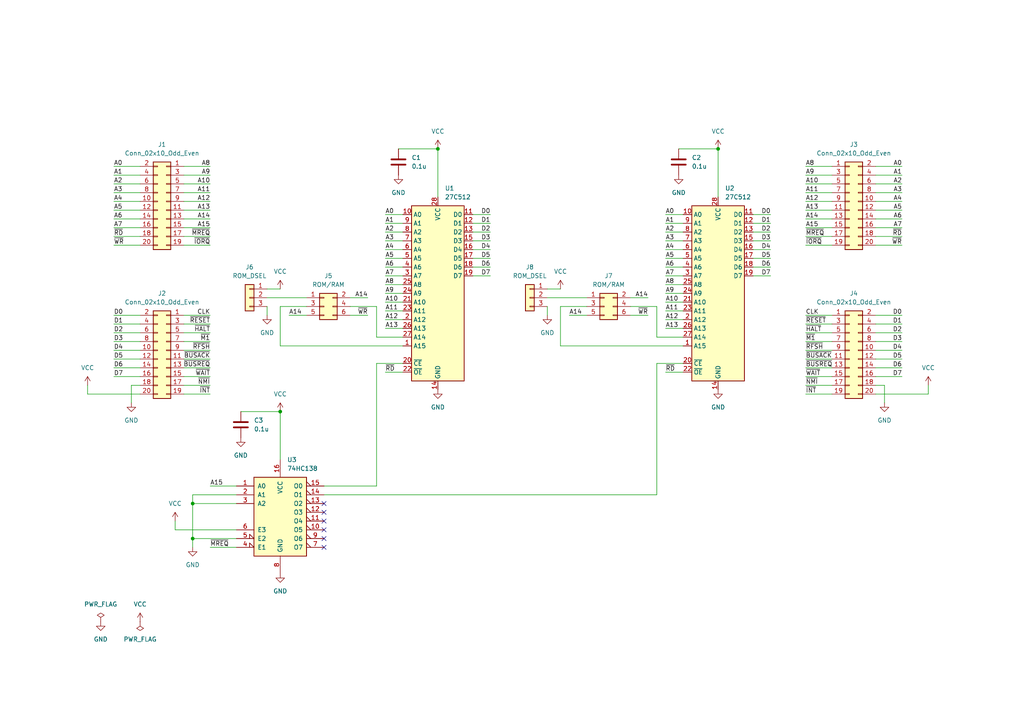
<source format=kicad_sch>
(kicad_sch (version 20211123) (generator eeschema)

  (uuid 4527f044-2daf-485b-b819-36ca805762b3)

  (paper "A4")

  (title_block
    (title "32KiB x 2 Memory Board for Z80")
    (rev "v1.0")
  )

  (lib_symbols
    (symbol "74xx:74LS138" (pin_names (offset 1.016)) (in_bom yes) (on_board yes)
      (property "Reference" "U" (id 0) (at -7.62 11.43 0)
        (effects (font (size 1.27 1.27)))
      )
      (property "Value" "74LS138" (id 1) (at -7.62 -13.97 0)
        (effects (font (size 1.27 1.27)))
      )
      (property "Footprint" "" (id 2) (at 0 0 0)
        (effects (font (size 1.27 1.27)) hide)
      )
      (property "Datasheet" "http://www.ti.com/lit/gpn/sn74LS138" (id 3) (at 0 0 0)
        (effects (font (size 1.27 1.27)) hide)
      )
      (property "ki_locked" "" (id 4) (at 0 0 0)
        (effects (font (size 1.27 1.27)))
      )
      (property "ki_keywords" "TTL DECOD DECOD8" (id 5) (at 0 0 0)
        (effects (font (size 1.27 1.27)) hide)
      )
      (property "ki_description" "Decoder 3 to 8 active low outputs" (id 6) (at 0 0 0)
        (effects (font (size 1.27 1.27)) hide)
      )
      (property "ki_fp_filters" "DIP?16*" (id 7) (at 0 0 0)
        (effects (font (size 1.27 1.27)) hide)
      )
      (symbol "74LS138_1_0"
        (pin input line (at -12.7 7.62 0) (length 5.08)
          (name "A0" (effects (font (size 1.27 1.27))))
          (number "1" (effects (font (size 1.27 1.27))))
        )
        (pin output output_low (at 12.7 -5.08 180) (length 5.08)
          (name "O5" (effects (font (size 1.27 1.27))))
          (number "10" (effects (font (size 1.27 1.27))))
        )
        (pin output output_low (at 12.7 -2.54 180) (length 5.08)
          (name "O4" (effects (font (size 1.27 1.27))))
          (number "11" (effects (font (size 1.27 1.27))))
        )
        (pin output output_low (at 12.7 0 180) (length 5.08)
          (name "O3" (effects (font (size 1.27 1.27))))
          (number "12" (effects (font (size 1.27 1.27))))
        )
        (pin output output_low (at 12.7 2.54 180) (length 5.08)
          (name "O2" (effects (font (size 1.27 1.27))))
          (number "13" (effects (font (size 1.27 1.27))))
        )
        (pin output output_low (at 12.7 5.08 180) (length 5.08)
          (name "O1" (effects (font (size 1.27 1.27))))
          (number "14" (effects (font (size 1.27 1.27))))
        )
        (pin output output_low (at 12.7 7.62 180) (length 5.08)
          (name "O0" (effects (font (size 1.27 1.27))))
          (number "15" (effects (font (size 1.27 1.27))))
        )
        (pin power_in line (at 0 15.24 270) (length 5.08)
          (name "VCC" (effects (font (size 1.27 1.27))))
          (number "16" (effects (font (size 1.27 1.27))))
        )
        (pin input line (at -12.7 5.08 0) (length 5.08)
          (name "A1" (effects (font (size 1.27 1.27))))
          (number "2" (effects (font (size 1.27 1.27))))
        )
        (pin input line (at -12.7 2.54 0) (length 5.08)
          (name "A2" (effects (font (size 1.27 1.27))))
          (number "3" (effects (font (size 1.27 1.27))))
        )
        (pin input input_low (at -12.7 -10.16 0) (length 5.08)
          (name "E1" (effects (font (size 1.27 1.27))))
          (number "4" (effects (font (size 1.27 1.27))))
        )
        (pin input input_low (at -12.7 -7.62 0) (length 5.08)
          (name "E2" (effects (font (size 1.27 1.27))))
          (number "5" (effects (font (size 1.27 1.27))))
        )
        (pin input line (at -12.7 -5.08 0) (length 5.08)
          (name "E3" (effects (font (size 1.27 1.27))))
          (number "6" (effects (font (size 1.27 1.27))))
        )
        (pin output output_low (at 12.7 -10.16 180) (length 5.08)
          (name "O7" (effects (font (size 1.27 1.27))))
          (number "7" (effects (font (size 1.27 1.27))))
        )
        (pin power_in line (at 0 -17.78 90) (length 5.08)
          (name "GND" (effects (font (size 1.27 1.27))))
          (number "8" (effects (font (size 1.27 1.27))))
        )
        (pin output output_low (at 12.7 -7.62 180) (length 5.08)
          (name "O6" (effects (font (size 1.27 1.27))))
          (number "9" (effects (font (size 1.27 1.27))))
        )
      )
      (symbol "74LS138_1_1"
        (rectangle (start -7.62 10.16) (end 7.62 -12.7)
          (stroke (width 0.254) (type default) (color 0 0 0 0))
          (fill (type background))
        )
      )
    )
    (symbol "Connector_Generic:Conn_01x03" (pin_names (offset 1.016) hide) (in_bom yes) (on_board yes)
      (property "Reference" "J" (id 0) (at 0 5.08 0)
        (effects (font (size 1.27 1.27)))
      )
      (property "Value" "Conn_01x03" (id 1) (at 0 -5.08 0)
        (effects (font (size 1.27 1.27)))
      )
      (property "Footprint" "" (id 2) (at 0 0 0)
        (effects (font (size 1.27 1.27)) hide)
      )
      (property "Datasheet" "~" (id 3) (at 0 0 0)
        (effects (font (size 1.27 1.27)) hide)
      )
      (property "ki_keywords" "connector" (id 4) (at 0 0 0)
        (effects (font (size 1.27 1.27)) hide)
      )
      (property "ki_description" "Generic connector, single row, 01x03, script generated (kicad-library-utils/schlib/autogen/connector/)" (id 5) (at 0 0 0)
        (effects (font (size 1.27 1.27)) hide)
      )
      (property "ki_fp_filters" "Connector*:*_1x??_*" (id 6) (at 0 0 0)
        (effects (font (size 1.27 1.27)) hide)
      )
      (symbol "Conn_01x03_1_1"
        (rectangle (start -1.27 -2.413) (end 0 -2.667)
          (stroke (width 0.1524) (type default) (color 0 0 0 0))
          (fill (type none))
        )
        (rectangle (start -1.27 0.127) (end 0 -0.127)
          (stroke (width 0.1524) (type default) (color 0 0 0 0))
          (fill (type none))
        )
        (rectangle (start -1.27 2.667) (end 0 2.413)
          (stroke (width 0.1524) (type default) (color 0 0 0 0))
          (fill (type none))
        )
        (rectangle (start -1.27 3.81) (end 1.27 -3.81)
          (stroke (width 0.254) (type default) (color 0 0 0 0))
          (fill (type background))
        )
        (pin passive line (at -5.08 2.54 0) (length 3.81)
          (name "Pin_1" (effects (font (size 1.27 1.27))))
          (number "1" (effects (font (size 1.27 1.27))))
        )
        (pin passive line (at -5.08 0 0) (length 3.81)
          (name "Pin_2" (effects (font (size 1.27 1.27))))
          (number "2" (effects (font (size 1.27 1.27))))
        )
        (pin passive line (at -5.08 -2.54 0) (length 3.81)
          (name "Pin_3" (effects (font (size 1.27 1.27))))
          (number "3" (effects (font (size 1.27 1.27))))
        )
      )
    )
    (symbol "Connector_Generic:Conn_02x03_Odd_Even" (pin_names (offset 1.016) hide) (in_bom yes) (on_board yes)
      (property "Reference" "J" (id 0) (at 1.27 5.08 0)
        (effects (font (size 1.27 1.27)))
      )
      (property "Value" "Conn_02x03_Odd_Even" (id 1) (at 1.27 -5.08 0)
        (effects (font (size 1.27 1.27)))
      )
      (property "Footprint" "" (id 2) (at 0 0 0)
        (effects (font (size 1.27 1.27)) hide)
      )
      (property "Datasheet" "~" (id 3) (at 0 0 0)
        (effects (font (size 1.27 1.27)) hide)
      )
      (property "ki_keywords" "connector" (id 4) (at 0 0 0)
        (effects (font (size 1.27 1.27)) hide)
      )
      (property "ki_description" "Generic connector, double row, 02x03, odd/even pin numbering scheme (row 1 odd numbers, row 2 even numbers), script generated (kicad-library-utils/schlib/autogen/connector/)" (id 5) (at 0 0 0)
        (effects (font (size 1.27 1.27)) hide)
      )
      (property "ki_fp_filters" "Connector*:*_2x??_*" (id 6) (at 0 0 0)
        (effects (font (size 1.27 1.27)) hide)
      )
      (symbol "Conn_02x03_Odd_Even_1_1"
        (rectangle (start -1.27 -2.413) (end 0 -2.667)
          (stroke (width 0.1524) (type default) (color 0 0 0 0))
          (fill (type none))
        )
        (rectangle (start -1.27 0.127) (end 0 -0.127)
          (stroke (width 0.1524) (type default) (color 0 0 0 0))
          (fill (type none))
        )
        (rectangle (start -1.27 2.667) (end 0 2.413)
          (stroke (width 0.1524) (type default) (color 0 0 0 0))
          (fill (type none))
        )
        (rectangle (start -1.27 3.81) (end 3.81 -3.81)
          (stroke (width 0.254) (type default) (color 0 0 0 0))
          (fill (type background))
        )
        (rectangle (start 3.81 -2.413) (end 2.54 -2.667)
          (stroke (width 0.1524) (type default) (color 0 0 0 0))
          (fill (type none))
        )
        (rectangle (start 3.81 0.127) (end 2.54 -0.127)
          (stroke (width 0.1524) (type default) (color 0 0 0 0))
          (fill (type none))
        )
        (rectangle (start 3.81 2.667) (end 2.54 2.413)
          (stroke (width 0.1524) (type default) (color 0 0 0 0))
          (fill (type none))
        )
        (pin passive line (at -5.08 2.54 0) (length 3.81)
          (name "Pin_1" (effects (font (size 1.27 1.27))))
          (number "1" (effects (font (size 1.27 1.27))))
        )
        (pin passive line (at 7.62 2.54 180) (length 3.81)
          (name "Pin_2" (effects (font (size 1.27 1.27))))
          (number "2" (effects (font (size 1.27 1.27))))
        )
        (pin passive line (at -5.08 0 0) (length 3.81)
          (name "Pin_3" (effects (font (size 1.27 1.27))))
          (number "3" (effects (font (size 1.27 1.27))))
        )
        (pin passive line (at 7.62 0 180) (length 3.81)
          (name "Pin_4" (effects (font (size 1.27 1.27))))
          (number "4" (effects (font (size 1.27 1.27))))
        )
        (pin passive line (at -5.08 -2.54 0) (length 3.81)
          (name "Pin_5" (effects (font (size 1.27 1.27))))
          (number "5" (effects (font (size 1.27 1.27))))
        )
        (pin passive line (at 7.62 -2.54 180) (length 3.81)
          (name "Pin_6" (effects (font (size 1.27 1.27))))
          (number "6" (effects (font (size 1.27 1.27))))
        )
      )
    )
    (symbol "Connector_Generic:Conn_02x10_Odd_Even" (pin_names (offset 1.016) hide) (in_bom yes) (on_board yes)
      (property "Reference" "J" (id 0) (at 1.27 12.7 0)
        (effects (font (size 1.27 1.27)))
      )
      (property "Value" "Conn_02x10_Odd_Even" (id 1) (at 1.27 -15.24 0)
        (effects (font (size 1.27 1.27)))
      )
      (property "Footprint" "" (id 2) (at 0 0 0)
        (effects (font (size 1.27 1.27)) hide)
      )
      (property "Datasheet" "~" (id 3) (at 0 0 0)
        (effects (font (size 1.27 1.27)) hide)
      )
      (property "ki_keywords" "connector" (id 4) (at 0 0 0)
        (effects (font (size 1.27 1.27)) hide)
      )
      (property "ki_description" "Generic connector, double row, 02x10, odd/even pin numbering scheme (row 1 odd numbers, row 2 even numbers), script generated (kicad-library-utils/schlib/autogen/connector/)" (id 5) (at 0 0 0)
        (effects (font (size 1.27 1.27)) hide)
      )
      (property "ki_fp_filters" "Connector*:*_2x??_*" (id 6) (at 0 0 0)
        (effects (font (size 1.27 1.27)) hide)
      )
      (symbol "Conn_02x10_Odd_Even_1_1"
        (rectangle (start -1.27 -12.573) (end 0 -12.827)
          (stroke (width 0.1524) (type default) (color 0 0 0 0))
          (fill (type none))
        )
        (rectangle (start -1.27 -10.033) (end 0 -10.287)
          (stroke (width 0.1524) (type default) (color 0 0 0 0))
          (fill (type none))
        )
        (rectangle (start -1.27 -7.493) (end 0 -7.747)
          (stroke (width 0.1524) (type default) (color 0 0 0 0))
          (fill (type none))
        )
        (rectangle (start -1.27 -4.953) (end 0 -5.207)
          (stroke (width 0.1524) (type default) (color 0 0 0 0))
          (fill (type none))
        )
        (rectangle (start -1.27 -2.413) (end 0 -2.667)
          (stroke (width 0.1524) (type default) (color 0 0 0 0))
          (fill (type none))
        )
        (rectangle (start -1.27 0.127) (end 0 -0.127)
          (stroke (width 0.1524) (type default) (color 0 0 0 0))
          (fill (type none))
        )
        (rectangle (start -1.27 2.667) (end 0 2.413)
          (stroke (width 0.1524) (type default) (color 0 0 0 0))
          (fill (type none))
        )
        (rectangle (start -1.27 5.207) (end 0 4.953)
          (stroke (width 0.1524) (type default) (color 0 0 0 0))
          (fill (type none))
        )
        (rectangle (start -1.27 7.747) (end 0 7.493)
          (stroke (width 0.1524) (type default) (color 0 0 0 0))
          (fill (type none))
        )
        (rectangle (start -1.27 10.287) (end 0 10.033)
          (stroke (width 0.1524) (type default) (color 0 0 0 0))
          (fill (type none))
        )
        (rectangle (start -1.27 11.43) (end 3.81 -13.97)
          (stroke (width 0.254) (type default) (color 0 0 0 0))
          (fill (type background))
        )
        (rectangle (start 3.81 -12.573) (end 2.54 -12.827)
          (stroke (width 0.1524) (type default) (color 0 0 0 0))
          (fill (type none))
        )
        (rectangle (start 3.81 -10.033) (end 2.54 -10.287)
          (stroke (width 0.1524) (type default) (color 0 0 0 0))
          (fill (type none))
        )
        (rectangle (start 3.81 -7.493) (end 2.54 -7.747)
          (stroke (width 0.1524) (type default) (color 0 0 0 0))
          (fill (type none))
        )
        (rectangle (start 3.81 -4.953) (end 2.54 -5.207)
          (stroke (width 0.1524) (type default) (color 0 0 0 0))
          (fill (type none))
        )
        (rectangle (start 3.81 -2.413) (end 2.54 -2.667)
          (stroke (width 0.1524) (type default) (color 0 0 0 0))
          (fill (type none))
        )
        (rectangle (start 3.81 0.127) (end 2.54 -0.127)
          (stroke (width 0.1524) (type default) (color 0 0 0 0))
          (fill (type none))
        )
        (rectangle (start 3.81 2.667) (end 2.54 2.413)
          (stroke (width 0.1524) (type default) (color 0 0 0 0))
          (fill (type none))
        )
        (rectangle (start 3.81 5.207) (end 2.54 4.953)
          (stroke (width 0.1524) (type default) (color 0 0 0 0))
          (fill (type none))
        )
        (rectangle (start 3.81 7.747) (end 2.54 7.493)
          (stroke (width 0.1524) (type default) (color 0 0 0 0))
          (fill (type none))
        )
        (rectangle (start 3.81 10.287) (end 2.54 10.033)
          (stroke (width 0.1524) (type default) (color 0 0 0 0))
          (fill (type none))
        )
        (pin passive line (at -5.08 10.16 0) (length 3.81)
          (name "Pin_1" (effects (font (size 1.27 1.27))))
          (number "1" (effects (font (size 1.27 1.27))))
        )
        (pin passive line (at 7.62 0 180) (length 3.81)
          (name "Pin_10" (effects (font (size 1.27 1.27))))
          (number "10" (effects (font (size 1.27 1.27))))
        )
        (pin passive line (at -5.08 -2.54 0) (length 3.81)
          (name "Pin_11" (effects (font (size 1.27 1.27))))
          (number "11" (effects (font (size 1.27 1.27))))
        )
        (pin passive line (at 7.62 -2.54 180) (length 3.81)
          (name "Pin_12" (effects (font (size 1.27 1.27))))
          (number "12" (effects (font (size 1.27 1.27))))
        )
        (pin passive line (at -5.08 -5.08 0) (length 3.81)
          (name "Pin_13" (effects (font (size 1.27 1.27))))
          (number "13" (effects (font (size 1.27 1.27))))
        )
        (pin passive line (at 7.62 -5.08 180) (length 3.81)
          (name "Pin_14" (effects (font (size 1.27 1.27))))
          (number "14" (effects (font (size 1.27 1.27))))
        )
        (pin passive line (at -5.08 -7.62 0) (length 3.81)
          (name "Pin_15" (effects (font (size 1.27 1.27))))
          (number "15" (effects (font (size 1.27 1.27))))
        )
        (pin passive line (at 7.62 -7.62 180) (length 3.81)
          (name "Pin_16" (effects (font (size 1.27 1.27))))
          (number "16" (effects (font (size 1.27 1.27))))
        )
        (pin passive line (at -5.08 -10.16 0) (length 3.81)
          (name "Pin_17" (effects (font (size 1.27 1.27))))
          (number "17" (effects (font (size 1.27 1.27))))
        )
        (pin passive line (at 7.62 -10.16 180) (length 3.81)
          (name "Pin_18" (effects (font (size 1.27 1.27))))
          (number "18" (effects (font (size 1.27 1.27))))
        )
        (pin passive line (at -5.08 -12.7 0) (length 3.81)
          (name "Pin_19" (effects (font (size 1.27 1.27))))
          (number "19" (effects (font (size 1.27 1.27))))
        )
        (pin passive line (at 7.62 10.16 180) (length 3.81)
          (name "Pin_2" (effects (font (size 1.27 1.27))))
          (number "2" (effects (font (size 1.27 1.27))))
        )
        (pin passive line (at 7.62 -12.7 180) (length 3.81)
          (name "Pin_20" (effects (font (size 1.27 1.27))))
          (number "20" (effects (font (size 1.27 1.27))))
        )
        (pin passive line (at -5.08 7.62 0) (length 3.81)
          (name "Pin_3" (effects (font (size 1.27 1.27))))
          (number "3" (effects (font (size 1.27 1.27))))
        )
        (pin passive line (at 7.62 7.62 180) (length 3.81)
          (name "Pin_4" (effects (font (size 1.27 1.27))))
          (number "4" (effects (font (size 1.27 1.27))))
        )
        (pin passive line (at -5.08 5.08 0) (length 3.81)
          (name "Pin_5" (effects (font (size 1.27 1.27))))
          (number "5" (effects (font (size 1.27 1.27))))
        )
        (pin passive line (at 7.62 5.08 180) (length 3.81)
          (name "Pin_6" (effects (font (size 1.27 1.27))))
          (number "6" (effects (font (size 1.27 1.27))))
        )
        (pin passive line (at -5.08 2.54 0) (length 3.81)
          (name "Pin_7" (effects (font (size 1.27 1.27))))
          (number "7" (effects (font (size 1.27 1.27))))
        )
        (pin passive line (at 7.62 2.54 180) (length 3.81)
          (name "Pin_8" (effects (font (size 1.27 1.27))))
          (number "8" (effects (font (size 1.27 1.27))))
        )
        (pin passive line (at -5.08 0 0) (length 3.81)
          (name "Pin_9" (effects (font (size 1.27 1.27))))
          (number "9" (effects (font (size 1.27 1.27))))
        )
      )
    )
    (symbol "Device:C" (pin_numbers hide) (pin_names (offset 0.254)) (in_bom yes) (on_board yes)
      (property "Reference" "C" (id 0) (at 0.635 2.54 0)
        (effects (font (size 1.27 1.27)) (justify left))
      )
      (property "Value" "C" (id 1) (at 0.635 -2.54 0)
        (effects (font (size 1.27 1.27)) (justify left))
      )
      (property "Footprint" "" (id 2) (at 0.9652 -3.81 0)
        (effects (font (size 1.27 1.27)) hide)
      )
      (property "Datasheet" "~" (id 3) (at 0 0 0)
        (effects (font (size 1.27 1.27)) hide)
      )
      (property "ki_keywords" "cap capacitor" (id 4) (at 0 0 0)
        (effects (font (size 1.27 1.27)) hide)
      )
      (property "ki_description" "Unpolarized capacitor" (id 5) (at 0 0 0)
        (effects (font (size 1.27 1.27)) hide)
      )
      (property "ki_fp_filters" "C_*" (id 6) (at 0 0 0)
        (effects (font (size 1.27 1.27)) hide)
      )
      (symbol "C_0_1"
        (polyline
          (pts
            (xy -2.032 -0.762)
            (xy 2.032 -0.762)
          )
          (stroke (width 0.508) (type default) (color 0 0 0 0))
          (fill (type none))
        )
        (polyline
          (pts
            (xy -2.032 0.762)
            (xy 2.032 0.762)
          )
          (stroke (width 0.508) (type default) (color 0 0 0 0))
          (fill (type none))
        )
      )
      (symbol "C_1_1"
        (pin passive line (at 0 3.81 270) (length 2.794)
          (name "~" (effects (font (size 1.27 1.27))))
          (number "1" (effects (font (size 1.27 1.27))))
        )
        (pin passive line (at 0 -3.81 90) (length 2.794)
          (name "~" (effects (font (size 1.27 1.27))))
          (number "2" (effects (font (size 1.27 1.27))))
        )
      )
    )
    (symbol "Memory_EPROM:27C512" (in_bom yes) (on_board yes)
      (property "Reference" "U" (id 0) (at -7.62 26.67 0)
        (effects (font (size 1.27 1.27)))
      )
      (property "Value" "27C512" (id 1) (at 2.54 -26.67 0)
        (effects (font (size 1.27 1.27)) (justify left))
      )
      (property "Footprint" "Package_DIP:DIP-28_W15.24mm" (id 2) (at 0 0 0)
        (effects (font (size 1.27 1.27)) hide)
      )
      (property "Datasheet" "http://ww1.microchip.com/downloads/en/DeviceDoc/doc0015.pdf" (id 3) (at 0 0 0)
        (effects (font (size 1.27 1.27)) hide)
      )
      (property "ki_keywords" "OTP EPROM 512KiBit" (id 4) (at 0 0 0)
        (effects (font (size 1.27 1.27)) hide)
      )
      (property "ki_description" "OTP EPROM 512 KiBit" (id 5) (at 0 0 0)
        (effects (font (size 1.27 1.27)) hide)
      )
      (property "ki_fp_filters" "DIP*W15.24mm*" (id 6) (at 0 0 0)
        (effects (font (size 1.27 1.27)) hide)
      )
      (symbol "27C512_1_1"
        (rectangle (start -7.62 25.4) (end 7.62 -25.4)
          (stroke (width 0.254) (type default) (color 0 0 0 0))
          (fill (type background))
        )
        (pin input line (at -10.16 -15.24 0) (length 2.54)
          (name "A15" (effects (font (size 1.27 1.27))))
          (number "1" (effects (font (size 1.27 1.27))))
        )
        (pin input line (at -10.16 22.86 0) (length 2.54)
          (name "A0" (effects (font (size 1.27 1.27))))
          (number "10" (effects (font (size 1.27 1.27))))
        )
        (pin tri_state line (at 10.16 22.86 180) (length 2.54)
          (name "D0" (effects (font (size 1.27 1.27))))
          (number "11" (effects (font (size 1.27 1.27))))
        )
        (pin tri_state line (at 10.16 20.32 180) (length 2.54)
          (name "D1" (effects (font (size 1.27 1.27))))
          (number "12" (effects (font (size 1.27 1.27))))
        )
        (pin tri_state line (at 10.16 17.78 180) (length 2.54)
          (name "D2" (effects (font (size 1.27 1.27))))
          (number "13" (effects (font (size 1.27 1.27))))
        )
        (pin power_in line (at 0 -27.94 90) (length 2.54)
          (name "GND" (effects (font (size 1.27 1.27))))
          (number "14" (effects (font (size 1.27 1.27))))
        )
        (pin tri_state line (at 10.16 15.24 180) (length 2.54)
          (name "D3" (effects (font (size 1.27 1.27))))
          (number "15" (effects (font (size 1.27 1.27))))
        )
        (pin tri_state line (at 10.16 12.7 180) (length 2.54)
          (name "D4" (effects (font (size 1.27 1.27))))
          (number "16" (effects (font (size 1.27 1.27))))
        )
        (pin tri_state line (at 10.16 10.16 180) (length 2.54)
          (name "D5" (effects (font (size 1.27 1.27))))
          (number "17" (effects (font (size 1.27 1.27))))
        )
        (pin tri_state line (at 10.16 7.62 180) (length 2.54)
          (name "D6" (effects (font (size 1.27 1.27))))
          (number "18" (effects (font (size 1.27 1.27))))
        )
        (pin tri_state line (at 10.16 5.08 180) (length 2.54)
          (name "D7" (effects (font (size 1.27 1.27))))
          (number "19" (effects (font (size 1.27 1.27))))
        )
        (pin input line (at -10.16 -7.62 0) (length 2.54)
          (name "A12" (effects (font (size 1.27 1.27))))
          (number "2" (effects (font (size 1.27 1.27))))
        )
        (pin input line (at -10.16 -20.32 0) (length 2.54)
          (name "~{CE}" (effects (font (size 1.27 1.27))))
          (number "20" (effects (font (size 1.27 1.27))))
        )
        (pin input line (at -10.16 -2.54 0) (length 2.54)
          (name "A10" (effects (font (size 1.27 1.27))))
          (number "21" (effects (font (size 1.27 1.27))))
        )
        (pin input line (at -10.16 -22.86 0) (length 2.54)
          (name "~{OE}" (effects (font (size 1.27 1.27))))
          (number "22" (effects (font (size 1.27 1.27))))
        )
        (pin input line (at -10.16 -5.08 0) (length 2.54)
          (name "A11" (effects (font (size 1.27 1.27))))
          (number "23" (effects (font (size 1.27 1.27))))
        )
        (pin input line (at -10.16 0 0) (length 2.54)
          (name "A9" (effects (font (size 1.27 1.27))))
          (number "24" (effects (font (size 1.27 1.27))))
        )
        (pin input line (at -10.16 2.54 0) (length 2.54)
          (name "A8" (effects (font (size 1.27 1.27))))
          (number "25" (effects (font (size 1.27 1.27))))
        )
        (pin input line (at -10.16 -10.16 0) (length 2.54)
          (name "A13" (effects (font (size 1.27 1.27))))
          (number "26" (effects (font (size 1.27 1.27))))
        )
        (pin input line (at -10.16 -12.7 0) (length 2.54)
          (name "A14" (effects (font (size 1.27 1.27))))
          (number "27" (effects (font (size 1.27 1.27))))
        )
        (pin power_in line (at 0 27.94 270) (length 2.54)
          (name "VCC" (effects (font (size 1.27 1.27))))
          (number "28" (effects (font (size 1.27 1.27))))
        )
        (pin input line (at -10.16 5.08 0) (length 2.54)
          (name "A7" (effects (font (size 1.27 1.27))))
          (number "3" (effects (font (size 1.27 1.27))))
        )
        (pin input line (at -10.16 7.62 0) (length 2.54)
          (name "A6" (effects (font (size 1.27 1.27))))
          (number "4" (effects (font (size 1.27 1.27))))
        )
        (pin input line (at -10.16 10.16 0) (length 2.54)
          (name "A5" (effects (font (size 1.27 1.27))))
          (number "5" (effects (font (size 1.27 1.27))))
        )
        (pin input line (at -10.16 12.7 0) (length 2.54)
          (name "A4" (effects (font (size 1.27 1.27))))
          (number "6" (effects (font (size 1.27 1.27))))
        )
        (pin input line (at -10.16 15.24 0) (length 2.54)
          (name "A3" (effects (font (size 1.27 1.27))))
          (number "7" (effects (font (size 1.27 1.27))))
        )
        (pin input line (at -10.16 17.78 0) (length 2.54)
          (name "A2" (effects (font (size 1.27 1.27))))
          (number "8" (effects (font (size 1.27 1.27))))
        )
        (pin input line (at -10.16 20.32 0) (length 2.54)
          (name "A1" (effects (font (size 1.27 1.27))))
          (number "9" (effects (font (size 1.27 1.27))))
        )
      )
    )
    (symbol "power:GND" (power) (pin_names (offset 0)) (in_bom yes) (on_board yes)
      (property "Reference" "#PWR" (id 0) (at 0 -6.35 0)
        (effects (font (size 1.27 1.27)) hide)
      )
      (property "Value" "GND" (id 1) (at 0 -3.81 0)
        (effects (font (size 1.27 1.27)))
      )
      (property "Footprint" "" (id 2) (at 0 0 0)
        (effects (font (size 1.27 1.27)) hide)
      )
      (property "Datasheet" "" (id 3) (at 0 0 0)
        (effects (font (size 1.27 1.27)) hide)
      )
      (property "ki_keywords" "power-flag" (id 4) (at 0 0 0)
        (effects (font (size 1.27 1.27)) hide)
      )
      (property "ki_description" "Power symbol creates a global label with name \"GND\" , ground" (id 5) (at 0 0 0)
        (effects (font (size 1.27 1.27)) hide)
      )
      (symbol "GND_0_1"
        (polyline
          (pts
            (xy 0 0)
            (xy 0 -1.27)
            (xy 1.27 -1.27)
            (xy 0 -2.54)
            (xy -1.27 -1.27)
            (xy 0 -1.27)
          )
          (stroke (width 0) (type default) (color 0 0 0 0))
          (fill (type none))
        )
      )
      (symbol "GND_1_1"
        (pin power_in line (at 0 0 270) (length 0) hide
          (name "GND" (effects (font (size 1.27 1.27))))
          (number "1" (effects (font (size 1.27 1.27))))
        )
      )
    )
    (symbol "power:PWR_FLAG" (power) (pin_numbers hide) (pin_names (offset 0) hide) (in_bom yes) (on_board yes)
      (property "Reference" "#FLG" (id 0) (at 0 1.905 0)
        (effects (font (size 1.27 1.27)) hide)
      )
      (property "Value" "PWR_FLAG" (id 1) (at 0 3.81 0)
        (effects (font (size 1.27 1.27)))
      )
      (property "Footprint" "" (id 2) (at 0 0 0)
        (effects (font (size 1.27 1.27)) hide)
      )
      (property "Datasheet" "~" (id 3) (at 0 0 0)
        (effects (font (size 1.27 1.27)) hide)
      )
      (property "ki_keywords" "power-flag" (id 4) (at 0 0 0)
        (effects (font (size 1.27 1.27)) hide)
      )
      (property "ki_description" "Special symbol for telling ERC where power comes from" (id 5) (at 0 0 0)
        (effects (font (size 1.27 1.27)) hide)
      )
      (symbol "PWR_FLAG_0_0"
        (pin power_out line (at 0 0 90) (length 0)
          (name "pwr" (effects (font (size 1.27 1.27))))
          (number "1" (effects (font (size 1.27 1.27))))
        )
      )
      (symbol "PWR_FLAG_0_1"
        (polyline
          (pts
            (xy 0 0)
            (xy 0 1.27)
            (xy -1.016 1.905)
            (xy 0 2.54)
            (xy 1.016 1.905)
            (xy 0 1.27)
          )
          (stroke (width 0) (type default) (color 0 0 0 0))
          (fill (type none))
        )
      )
    )
    (symbol "power:VCC" (power) (pin_names (offset 0)) (in_bom yes) (on_board yes)
      (property "Reference" "#PWR" (id 0) (at 0 -3.81 0)
        (effects (font (size 1.27 1.27)) hide)
      )
      (property "Value" "VCC" (id 1) (at 0 3.81 0)
        (effects (font (size 1.27 1.27)))
      )
      (property "Footprint" "" (id 2) (at 0 0 0)
        (effects (font (size 1.27 1.27)) hide)
      )
      (property "Datasheet" "" (id 3) (at 0 0 0)
        (effects (font (size 1.27 1.27)) hide)
      )
      (property "ki_keywords" "power-flag" (id 4) (at 0 0 0)
        (effects (font (size 1.27 1.27)) hide)
      )
      (property "ki_description" "Power symbol creates a global label with name \"VCC\"" (id 5) (at 0 0 0)
        (effects (font (size 1.27 1.27)) hide)
      )
      (symbol "VCC_0_1"
        (polyline
          (pts
            (xy -0.762 1.27)
            (xy 0 2.54)
          )
          (stroke (width 0) (type default) (color 0 0 0 0))
          (fill (type none))
        )
        (polyline
          (pts
            (xy 0 0)
            (xy 0 2.54)
          )
          (stroke (width 0) (type default) (color 0 0 0 0))
          (fill (type none))
        )
        (polyline
          (pts
            (xy 0 2.54)
            (xy 0.762 1.27)
          )
          (stroke (width 0) (type default) (color 0 0 0 0))
          (fill (type none))
        )
      )
      (symbol "VCC_1_1"
        (pin power_in line (at 0 0 90) (length 0) hide
          (name "VCC" (effects (font (size 1.27 1.27))))
          (number "1" (effects (font (size 1.27 1.27))))
        )
      )
    )
  )

  (junction (at 81.28 119.38) (diameter 0) (color 0 0 0 0)
    (uuid 058a31a7-b1f0-452c-bcf1-0f81f51c3773)
  )
  (junction (at 55.88 156.21) (diameter 0) (color 0 0 0 0)
    (uuid 5e189c7d-df55-470d-a706-af3d588860af)
  )
  (junction (at 55.88 146.05) (diameter 0) (color 0 0 0 0)
    (uuid 70c188e5-3b36-4fd3-8eb6-ca8bfb5f7ada)
  )
  (junction (at 127 43.18) (diameter 0) (color 0 0 0 0)
    (uuid b280830e-0559-42d2-bc8e-349e18fb0100)
  )
  (junction (at 208.28 43.18) (diameter 0) (color 0 0 0 0)
    (uuid da54a79f-a2c3-4ae2-a66f-5f02cc475bf7)
  )

  (no_connect (at 93.98 148.59) (uuid b58a4167-5168-492e-a79e-47bc71c9a68f))
  (no_connect (at 93.98 158.75) (uuid b58a4167-5168-492e-a79e-47bc71c9a68f))
  (no_connect (at 93.98 156.21) (uuid b58a4167-5168-492e-a79e-47bc71c9a68f))
  (no_connect (at 93.98 146.05) (uuid b58a4167-5168-492e-a79e-47bc71c9a68f))
  (no_connect (at 93.98 153.67) (uuid b58a4167-5168-492e-a79e-47bc71c9a68f))
  (no_connect (at 93.98 151.13) (uuid b58a4167-5168-492e-a79e-47bc71c9a68f))

  (wire (pts (xy 254 106.68) (xy 261.62 106.68))
    (stroke (width 0) (type default) (color 0 0 0 0))
    (uuid 001d7921-8ef3-4c59-bb6a-c681f4193469)
  )
  (wire (pts (xy 116.84 64.77) (xy 111.76 64.77))
    (stroke (width 0) (type default) (color 0 0 0 0))
    (uuid 002acaeb-78ef-4858-aca2-d5cfee17bdaf)
  )
  (wire (pts (xy 106.68 86.36) (xy 101.6 86.36))
    (stroke (width 0) (type default) (color 0 0 0 0))
    (uuid 0185073d-42bf-4fac-9566-1c44c1d6d0e1)
  )
  (wire (pts (xy 170.18 91.44) (xy 165.1 91.44))
    (stroke (width 0) (type default) (color 0 0 0 0))
    (uuid 02f17fbe-5fb3-4961-af7e-c4d1a232bfa1)
  )
  (wire (pts (xy 40.64 101.6) (xy 33.02 101.6))
    (stroke (width 0) (type default) (color 0 0 0 0))
    (uuid 0381fe2e-bc83-4be1-aad7-68b18ddd12e5)
  )
  (wire (pts (xy 137.16 62.23) (xy 142.24 62.23))
    (stroke (width 0) (type default) (color 0 0 0 0))
    (uuid 04345f95-e040-4d75-b7a0-c97127cfe457)
  )
  (wire (pts (xy 198.12 74.93) (xy 193.04 74.93))
    (stroke (width 0) (type default) (color 0 0 0 0))
    (uuid 05829c3c-3c25-4142-8b6f-403c07ed2143)
  )
  (wire (pts (xy 60.96 55.88) (xy 53.34 55.88))
    (stroke (width 0) (type default) (color 0 0 0 0))
    (uuid 0642e967-3faf-475f-8db0-48e3802021d2)
  )
  (wire (pts (xy 60.96 68.58) (xy 53.34 68.58))
    (stroke (width 0) (type default) (color 0 0 0 0))
    (uuid 0aaf51fe-f44c-4f75-949b-db31d620be43)
  )
  (wire (pts (xy 40.64 99.06) (xy 33.02 99.06))
    (stroke (width 0) (type default) (color 0 0 0 0))
    (uuid 0d4349e9-626e-4bc6-bc11-2339701b5a2f)
  )
  (wire (pts (xy 233.68 111.76) (xy 241.3 111.76))
    (stroke (width 0) (type default) (color 0 0 0 0))
    (uuid 0e73f40a-d7d3-4d13-a121-57c58ec952d1)
  )
  (wire (pts (xy 116.84 62.23) (xy 111.76 62.23))
    (stroke (width 0) (type default) (color 0 0 0 0))
    (uuid 0eb1729b-0597-4484-8eaa-e994b93a7cf0)
  )
  (wire (pts (xy 116.84 95.25) (xy 111.76 95.25))
    (stroke (width 0) (type default) (color 0 0 0 0))
    (uuid 104f4702-0e62-4969-90a2-4ad608b444a6)
  )
  (wire (pts (xy 40.64 53.34) (xy 33.02 53.34))
    (stroke (width 0) (type default) (color 0 0 0 0))
    (uuid 15470c12-6910-4c18-b615-7488c9c83f4a)
  )
  (wire (pts (xy 254 48.26) (xy 261.62 48.26))
    (stroke (width 0) (type default) (color 0 0 0 0))
    (uuid 15e03801-4c84-4e80-ba65-c28b52420044)
  )
  (wire (pts (xy 40.64 71.12) (xy 33.02 71.12))
    (stroke (width 0) (type default) (color 0 0 0 0))
    (uuid 17b7e5b4-ba7d-48c2-98da-fbaacbcee3a9)
  )
  (wire (pts (xy 198.12 72.39) (xy 193.04 72.39))
    (stroke (width 0) (type default) (color 0 0 0 0))
    (uuid 191a3212-8b9f-463b-abdf-12a21cc3e5bf)
  )
  (wire (pts (xy 218.44 74.93) (xy 223.52 74.93))
    (stroke (width 0) (type default) (color 0 0 0 0))
    (uuid 1b27cf34-af0d-4430-8f14-526332513b0d)
  )
  (wire (pts (xy 40.64 68.58) (xy 33.02 68.58))
    (stroke (width 0) (type default) (color 0 0 0 0))
    (uuid 1c458cbe-e7ad-45ce-9ac4-7aa5f8811bba)
  )
  (wire (pts (xy 77.47 88.9) (xy 77.47 91.44))
    (stroke (width 0) (type default) (color 0 0 0 0))
    (uuid 1d91c593-fd50-4e37-994a-3898fc0110ed)
  )
  (wire (pts (xy 40.64 96.52) (xy 33.02 96.52))
    (stroke (width 0) (type default) (color 0 0 0 0))
    (uuid 1f97c655-3f3d-4816-b80a-3f512dd0b40a)
  )
  (wire (pts (xy 233.68 101.6) (xy 241.3 101.6))
    (stroke (width 0) (type default) (color 0 0 0 0))
    (uuid 21410d89-90a2-46b4-beea-7e043ea8a6f6)
  )
  (wire (pts (xy 162.56 100.33) (xy 162.56 88.9))
    (stroke (width 0) (type default) (color 0 0 0 0))
    (uuid 228d7dfa-faac-4dfc-8de4-368d74b1d87f)
  )
  (wire (pts (xy 187.96 91.44) (xy 182.88 91.44))
    (stroke (width 0) (type default) (color 0 0 0 0))
    (uuid 232e1ca1-5c7d-4ed0-a1ab-287589e1b0a1)
  )
  (wire (pts (xy 60.96 48.26) (xy 53.34 48.26))
    (stroke (width 0) (type default) (color 0 0 0 0))
    (uuid 2549d616-37e2-4fc4-a5bb-88571a25f888)
  )
  (wire (pts (xy 198.12 87.63) (xy 193.04 87.63))
    (stroke (width 0) (type default) (color 0 0 0 0))
    (uuid 257f4e2f-9e8b-4235-9df1-f23ba95198a4)
  )
  (wire (pts (xy 190.5 143.51) (xy 93.98 143.51))
    (stroke (width 0) (type default) (color 0 0 0 0))
    (uuid 26160281-c282-4335-a34c-53c8c7dd4b2f)
  )
  (wire (pts (xy 60.96 99.06) (xy 53.34 99.06))
    (stroke (width 0) (type default) (color 0 0 0 0))
    (uuid 262105e7-f96d-45cb-a320-004fd96477ef)
  )
  (wire (pts (xy 60.96 96.52) (xy 53.34 96.52))
    (stroke (width 0) (type default) (color 0 0 0 0))
    (uuid 26346348-80a8-4398-bd73-83448fd6898d)
  )
  (wire (pts (xy 233.68 63.5) (xy 241.3 63.5))
    (stroke (width 0) (type default) (color 0 0 0 0))
    (uuid 28528e72-be30-4fe3-b27d-a812d16e97d2)
  )
  (wire (pts (xy 137.16 69.85) (xy 142.24 69.85))
    (stroke (width 0) (type default) (color 0 0 0 0))
    (uuid 292d34d8-8f41-4681-bc8b-3d79b23c39df)
  )
  (wire (pts (xy 254 53.34) (xy 261.62 53.34))
    (stroke (width 0) (type default) (color 0 0 0 0))
    (uuid 29d472a1-c0d6-42c9-b2e5-a264b93a7ff1)
  )
  (wire (pts (xy 116.84 107.95) (xy 111.76 107.95))
    (stroke (width 0) (type default) (color 0 0 0 0))
    (uuid 29e2e50b-579f-4575-915b-35c61d113a95)
  )
  (wire (pts (xy 40.64 58.42) (xy 33.02 58.42))
    (stroke (width 0) (type default) (color 0 0 0 0))
    (uuid 2bbce188-bc0e-475e-980c-74a099fa630e)
  )
  (wire (pts (xy 40.64 91.44) (xy 33.02 91.44))
    (stroke (width 0) (type default) (color 0 0 0 0))
    (uuid 2f1e17a0-da25-4944-8c9c-ca9b735e70f8)
  )
  (wire (pts (xy 40.64 50.8) (xy 33.02 50.8))
    (stroke (width 0) (type default) (color 0 0 0 0))
    (uuid 3188d4c7-4f57-4e99-be7a-aee31568e946)
  )
  (wire (pts (xy 254 66.04) (xy 261.62 66.04))
    (stroke (width 0) (type default) (color 0 0 0 0))
    (uuid 32e3e6f9-94f5-46d5-99aa-da60b3af6b20)
  )
  (wire (pts (xy 115.57 43.18) (xy 127 43.18))
    (stroke (width 0) (type default) (color 0 0 0 0))
    (uuid 35738881-9294-43f7-a5f7-d55b4ad092c9)
  )
  (wire (pts (xy 254 109.22) (xy 261.62 109.22))
    (stroke (width 0) (type default) (color 0 0 0 0))
    (uuid 36b647b6-962d-4f42-b5da-084a10dc2051)
  )
  (wire (pts (xy 198.12 90.17) (xy 193.04 90.17))
    (stroke (width 0) (type default) (color 0 0 0 0))
    (uuid 39f0e089-aaa6-43b1-9d5d-f7965ceb8e1f)
  )
  (wire (pts (xy 116.84 77.47) (xy 111.76 77.47))
    (stroke (width 0) (type default) (color 0 0 0 0))
    (uuid 3a9cc0ce-91bd-40d5-834f-73b6cd9fc5a0)
  )
  (wire (pts (xy 170.18 86.36) (xy 158.75 86.36))
    (stroke (width 0) (type default) (color 0 0 0 0))
    (uuid 3b68bb0d-1948-4645-bd9b-0164d3c7ab89)
  )
  (wire (pts (xy 254 68.58) (xy 261.62 68.58))
    (stroke (width 0) (type default) (color 0 0 0 0))
    (uuid 3c0f72d0-6e34-4105-9d6b-3c52d838711d)
  )
  (wire (pts (xy 218.44 77.47) (xy 223.52 77.47))
    (stroke (width 0) (type default) (color 0 0 0 0))
    (uuid 3c9be24b-1719-4901-a2b2-c8b43be01ffb)
  )
  (wire (pts (xy 269.24 111.76) (xy 269.24 114.3))
    (stroke (width 0) (type default) (color 0 0 0 0))
    (uuid 3d9e546c-3086-43dc-be44-fcc39a73206d)
  )
  (wire (pts (xy 137.16 72.39) (xy 142.24 72.39))
    (stroke (width 0) (type default) (color 0 0 0 0))
    (uuid 3fd34e14-219f-4b8d-b46d-e3cfed488d1b)
  )
  (wire (pts (xy 158.75 88.9) (xy 158.75 91.44))
    (stroke (width 0) (type default) (color 0 0 0 0))
    (uuid 4379bc9d-4167-4724-afba-96cfea92db90)
  )
  (wire (pts (xy 198.12 107.95) (xy 193.04 107.95))
    (stroke (width 0) (type default) (color 0 0 0 0))
    (uuid 45aee0c8-c56a-4557-96bb-1dd9d5fe85b6)
  )
  (wire (pts (xy 60.96 58.42) (xy 53.34 58.42))
    (stroke (width 0) (type default) (color 0 0 0 0))
    (uuid 4628de9a-a698-47ec-b0b0-c37e3331b308)
  )
  (wire (pts (xy 162.56 88.9) (xy 170.18 88.9))
    (stroke (width 0) (type default) (color 0 0 0 0))
    (uuid 46400912-b7f0-4351-9ac3-a46f1ebc5863)
  )
  (wire (pts (xy 233.68 60.96) (xy 241.3 60.96))
    (stroke (width 0) (type default) (color 0 0 0 0))
    (uuid 4745b341-b5ef-40f7-bbc2-fe758b9e1034)
  )
  (wire (pts (xy 233.68 114.3) (xy 241.3 114.3))
    (stroke (width 0) (type default) (color 0 0 0 0))
    (uuid 47c4cf64-c273-48bc-bf4f-49b074ad33cc)
  )
  (wire (pts (xy 55.88 146.05) (xy 55.88 156.21))
    (stroke (width 0) (type default) (color 0 0 0 0))
    (uuid 47d4779e-fce2-4868-9e09-4590502b33ac)
  )
  (wire (pts (xy 60.96 71.12) (xy 53.34 71.12))
    (stroke (width 0) (type default) (color 0 0 0 0))
    (uuid 48779a4d-c9ce-48f9-a66a-7451fffb5c9e)
  )
  (wire (pts (xy 233.68 96.52) (xy 241.3 96.52))
    (stroke (width 0) (type default) (color 0 0 0 0))
    (uuid 494681b4-e9c7-478d-b785-e7a8254d7c4c)
  )
  (wire (pts (xy 254 71.12) (xy 261.62 71.12))
    (stroke (width 0) (type default) (color 0 0 0 0))
    (uuid 4d23be17-ad99-490e-9ba8-62057d867055)
  )
  (wire (pts (xy 116.84 74.93) (xy 111.76 74.93))
    (stroke (width 0) (type default) (color 0 0 0 0))
    (uuid 4e62e619-95fc-4b92-863d-33b1d2b0cf40)
  )
  (wire (pts (xy 40.64 111.76) (xy 38.1 111.76))
    (stroke (width 0) (type default) (color 0 0 0 0))
    (uuid 4f6ad3e8-c54b-4358-864a-f87970613ccb)
  )
  (wire (pts (xy 40.64 114.3) (xy 25.4 114.3))
    (stroke (width 0) (type default) (color 0 0 0 0))
    (uuid 4f907517-7f55-42a6-abc4-89adb08519c7)
  )
  (wire (pts (xy 116.84 85.09) (xy 111.76 85.09))
    (stroke (width 0) (type default) (color 0 0 0 0))
    (uuid 532a22e5-0817-4d28-a8a5-f641977b9148)
  )
  (wire (pts (xy 81.28 88.9) (xy 88.9 88.9))
    (stroke (width 0) (type default) (color 0 0 0 0))
    (uuid 5786c3e9-ff5c-4a2d-943f-410838709769)
  )
  (wire (pts (xy 60.96 50.8) (xy 53.34 50.8))
    (stroke (width 0) (type default) (color 0 0 0 0))
    (uuid 5af31372-a65c-4dc8-ae97-637409603b76)
  )
  (wire (pts (xy 88.9 91.44) (xy 83.82 91.44))
    (stroke (width 0) (type default) (color 0 0 0 0))
    (uuid 5c106494-5128-40c3-b221-30f1a74a4260)
  )
  (wire (pts (xy 198.12 105.41) (xy 190.5 105.41))
    (stroke (width 0) (type default) (color 0 0 0 0))
    (uuid 5d79e1e3-d9d9-4e3e-9e01-665ec3a5bfa1)
  )
  (wire (pts (xy 208.28 43.18) (xy 208.28 57.15))
    (stroke (width 0) (type default) (color 0 0 0 0))
    (uuid 5e049752-8cae-4c9c-b499-9d0c4fc9536b)
  )
  (wire (pts (xy 109.22 88.9) (xy 101.6 88.9))
    (stroke (width 0) (type default) (color 0 0 0 0))
    (uuid 5e813256-6440-4c03-a814-475421b7ea55)
  )
  (wire (pts (xy 254 58.42) (xy 261.62 58.42))
    (stroke (width 0) (type default) (color 0 0 0 0))
    (uuid 5f42c77d-de3f-4a8b-9183-4c2c96e5f090)
  )
  (wire (pts (xy 25.4 111.76) (xy 25.4 114.3))
    (stroke (width 0) (type default) (color 0 0 0 0))
    (uuid 5f99baec-2ee1-4740-b615-030f92c47aa0)
  )
  (wire (pts (xy 218.44 67.31) (xy 223.52 67.31))
    (stroke (width 0) (type default) (color 0 0 0 0))
    (uuid 5fd02b14-ac89-4062-955f-96bb79103f6e)
  )
  (wire (pts (xy 109.22 97.79) (xy 116.84 97.79))
    (stroke (width 0) (type default) (color 0 0 0 0))
    (uuid 6595703e-45cf-4d45-bbad-37d8234888b0)
  )
  (wire (pts (xy 233.68 91.44) (xy 241.3 91.44))
    (stroke (width 0) (type default) (color 0 0 0 0))
    (uuid 6621e664-d090-4d7a-b4e5-d32506961c82)
  )
  (wire (pts (xy 198.12 92.71) (xy 193.04 92.71))
    (stroke (width 0) (type default) (color 0 0 0 0))
    (uuid 69828567-f21e-420b-a9fc-a609364d2012)
  )
  (wire (pts (xy 254 55.88) (xy 261.62 55.88))
    (stroke (width 0) (type default) (color 0 0 0 0))
    (uuid 69bde10d-2bcd-44c3-8574-3b0fc8606272)
  )
  (wire (pts (xy 137.16 77.47) (xy 142.24 77.47))
    (stroke (width 0) (type default) (color 0 0 0 0))
    (uuid 6a9d370a-d14a-486a-aa92-530afb7ab28f)
  )
  (wire (pts (xy 254 101.6) (xy 261.62 101.6))
    (stroke (width 0) (type default) (color 0 0 0 0))
    (uuid 6aa9c80e-1912-43b9-a8eb-b3770c197706)
  )
  (wire (pts (xy 88.9 86.36) (xy 77.47 86.36))
    (stroke (width 0) (type default) (color 0 0 0 0))
    (uuid 6af191f0-dfbd-4dc5-928f-9c0f9ccdc88c)
  )
  (wire (pts (xy 233.68 104.14) (xy 241.3 104.14))
    (stroke (width 0) (type default) (color 0 0 0 0))
    (uuid 70a328e8-06ba-4e23-87a7-a464e24e1443)
  )
  (wire (pts (xy 254 104.14) (xy 261.62 104.14))
    (stroke (width 0) (type default) (color 0 0 0 0))
    (uuid 71492eae-dcde-4d8c-a6f1-80770a680a3d)
  )
  (wire (pts (xy 198.12 82.55) (xy 193.04 82.55))
    (stroke (width 0) (type default) (color 0 0 0 0))
    (uuid 742199d2-c47e-46e9-9a12-a575a0ea1f57)
  )
  (wire (pts (xy 77.47 83.82) (xy 81.28 83.82))
    (stroke (width 0) (type default) (color 0 0 0 0))
    (uuid 74db3e9d-dda2-4ecc-a39c-ed3f14ae4bab)
  )
  (wire (pts (xy 127 43.18) (xy 127 57.15))
    (stroke (width 0) (type default) (color 0 0 0 0))
    (uuid 786b60d6-8159-40fc-a641-5b7ab0ef9b99)
  )
  (wire (pts (xy 198.12 95.25) (xy 193.04 95.25))
    (stroke (width 0) (type default) (color 0 0 0 0))
    (uuid 78ef31db-cc1d-499a-9372-ab9afda263e6)
  )
  (wire (pts (xy 162.56 100.33) (xy 198.12 100.33))
    (stroke (width 0) (type default) (color 0 0 0 0))
    (uuid 799535f8-a4fa-472f-bf51-e8c8d164480c)
  )
  (wire (pts (xy 60.96 111.76) (xy 53.34 111.76))
    (stroke (width 0) (type default) (color 0 0 0 0))
    (uuid 7e00621c-8739-45e3-ad7f-3ff205cdff73)
  )
  (wire (pts (xy 68.58 146.05) (xy 55.88 146.05))
    (stroke (width 0) (type default) (color 0 0 0 0))
    (uuid 82203fd5-9f32-4738-803b-098ac343e787)
  )
  (wire (pts (xy 116.84 87.63) (xy 111.76 87.63))
    (stroke (width 0) (type default) (color 0 0 0 0))
    (uuid 82b471ec-066d-4622-baa4-0f6bd5389b31)
  )
  (wire (pts (xy 254 60.96) (xy 261.62 60.96))
    (stroke (width 0) (type default) (color 0 0 0 0))
    (uuid 839513d1-f12b-48ae-92f2-d199bce11181)
  )
  (wire (pts (xy 198.12 80.01) (xy 193.04 80.01))
    (stroke (width 0) (type default) (color 0 0 0 0))
    (uuid 88df3ddf-74a2-49cf-9c9f-e68bb280dcd0)
  )
  (wire (pts (xy 116.84 80.01) (xy 111.76 80.01))
    (stroke (width 0) (type default) (color 0 0 0 0))
    (uuid 893fd7c8-c8bf-4ecc-b7b4-db042cdf8e16)
  )
  (wire (pts (xy 68.58 143.51) (xy 55.88 143.51))
    (stroke (width 0) (type default) (color 0 0 0 0))
    (uuid 8a44774f-09b2-4973-a2f9-77ad493de82d)
  )
  (wire (pts (xy 60.96 114.3) (xy 53.34 114.3))
    (stroke (width 0) (type default) (color 0 0 0 0))
    (uuid 8a56c616-1d93-4c46-96ab-acb8b977af07)
  )
  (wire (pts (xy 196.85 43.18) (xy 208.28 43.18))
    (stroke (width 0) (type default) (color 0 0 0 0))
    (uuid 8d4babc4-84e0-4d38-a25b-b985f3ff54d5)
  )
  (wire (pts (xy 137.16 80.01) (xy 142.24 80.01))
    (stroke (width 0) (type default) (color 0 0 0 0))
    (uuid 8f8974cb-ece1-459e-97bb-85cb6cf5e216)
  )
  (wire (pts (xy 233.68 109.22) (xy 241.3 109.22))
    (stroke (width 0) (type default) (color 0 0 0 0))
    (uuid 8fdfa156-5a13-4045-8c74-e820f424e2e5)
  )
  (wire (pts (xy 81.28 119.38) (xy 81.28 133.35))
    (stroke (width 0) (type default) (color 0 0 0 0))
    (uuid 90e45b1f-b734-469d-9359-32f22834a3c9)
  )
  (wire (pts (xy 40.64 104.14) (xy 33.02 104.14))
    (stroke (width 0) (type default) (color 0 0 0 0))
    (uuid 91498b4e-8eff-41ca-a84e-e5c0fe7edb49)
  )
  (wire (pts (xy 116.84 72.39) (xy 111.76 72.39))
    (stroke (width 0) (type default) (color 0 0 0 0))
    (uuid 91f85d73-2db0-4f3e-b330-da14d831be1d)
  )
  (wire (pts (xy 40.64 55.88) (xy 33.02 55.88))
    (stroke (width 0) (type default) (color 0 0 0 0))
    (uuid 928ea0f6-c560-4a2e-b884-b52cf1daf303)
  )
  (wire (pts (xy 116.84 69.85) (xy 111.76 69.85))
    (stroke (width 0) (type default) (color 0 0 0 0))
    (uuid 92dd94e3-78c8-48ff-b19c-d06508bd16a2)
  )
  (wire (pts (xy 218.44 64.77) (xy 223.52 64.77))
    (stroke (width 0) (type default) (color 0 0 0 0))
    (uuid 93cc0c01-c02c-4b4c-94e5-124f70bb0a3a)
  )
  (wire (pts (xy 254 111.76) (xy 256.54 111.76))
    (stroke (width 0) (type default) (color 0 0 0 0))
    (uuid 950756d1-03fe-43a0-95e7-909930c47f2a)
  )
  (wire (pts (xy 40.64 63.5) (xy 33.02 63.5))
    (stroke (width 0) (type default) (color 0 0 0 0))
    (uuid 968b58ac-eddb-4f4c-b7d6-d3229b6076bf)
  )
  (wire (pts (xy 233.68 71.12) (xy 241.3 71.12))
    (stroke (width 0) (type default) (color 0 0 0 0))
    (uuid 981f8569-562f-41cc-a1e4-d41b71ea4fa6)
  )
  (wire (pts (xy 60.96 91.44) (xy 53.34 91.44))
    (stroke (width 0) (type default) (color 0 0 0 0))
    (uuid 98a75929-2e67-4633-9fd9-a6ed26ce0f9f)
  )
  (wire (pts (xy 137.16 64.77) (xy 142.24 64.77))
    (stroke (width 0) (type default) (color 0 0 0 0))
    (uuid 99738802-c0cd-44e9-b48b-cac6f6374806)
  )
  (wire (pts (xy 38.1 111.76) (xy 38.1 116.84))
    (stroke (width 0) (type default) (color 0 0 0 0))
    (uuid 9d98f1c2-f232-474a-a871-f26376dfdc1e)
  )
  (wire (pts (xy 198.12 69.85) (xy 193.04 69.85))
    (stroke (width 0) (type default) (color 0 0 0 0))
    (uuid 9edde455-714c-4b3c-a7e2-d9fd914ec376)
  )
  (wire (pts (xy 233.68 93.98) (xy 241.3 93.98))
    (stroke (width 0) (type default) (color 0 0 0 0))
    (uuid 9ef846eb-adde-4c8c-bd5f-dc5e0aa081b0)
  )
  (wire (pts (xy 60.96 63.5) (xy 53.34 63.5))
    (stroke (width 0) (type default) (color 0 0 0 0))
    (uuid a2fe6375-06cd-4fe1-8d5c-b28cf88905db)
  )
  (wire (pts (xy 40.64 109.22) (xy 33.02 109.22))
    (stroke (width 0) (type default) (color 0 0 0 0))
    (uuid a32f170b-5721-4ef6-ae69-ca4723e0af67)
  )
  (wire (pts (xy 190.5 97.79) (xy 198.12 97.79))
    (stroke (width 0) (type default) (color 0 0 0 0))
    (uuid a3a9dba5-7e9a-4f34-8e12-2e33288ee9e1)
  )
  (wire (pts (xy 233.68 58.42) (xy 241.3 58.42))
    (stroke (width 0) (type default) (color 0 0 0 0))
    (uuid a6f77b9f-e435-47cc-bc4b-67470075c104)
  )
  (wire (pts (xy 116.84 82.55) (xy 111.76 82.55))
    (stroke (width 0) (type default) (color 0 0 0 0))
    (uuid a7087104-f600-428e-aca4-3479102bcbbb)
  )
  (wire (pts (xy 233.68 55.88) (xy 241.3 55.88))
    (stroke (width 0) (type default) (color 0 0 0 0))
    (uuid a9af9d45-c4c1-4877-9fff-a1143fbbc03b)
  )
  (wire (pts (xy 60.96 101.6) (xy 53.34 101.6))
    (stroke (width 0) (type default) (color 0 0 0 0))
    (uuid ad88d716-a3fc-4190-9eea-4afb2b173e02)
  )
  (wire (pts (xy 40.64 60.96) (xy 33.02 60.96))
    (stroke (width 0) (type default) (color 0 0 0 0))
    (uuid ae816a72-b68b-40bb-866a-fed00687d7d5)
  )
  (wire (pts (xy 190.5 105.41) (xy 190.5 143.51))
    (stroke (width 0) (type default) (color 0 0 0 0))
    (uuid ae861ab1-ec6d-44bc-8324-ce72ff951382)
  )
  (wire (pts (xy 40.64 93.98) (xy 33.02 93.98))
    (stroke (width 0) (type default) (color 0 0 0 0))
    (uuid afbf2fe6-b125-4f90-90b7-7fb8de0d1113)
  )
  (wire (pts (xy 233.68 50.8) (xy 241.3 50.8))
    (stroke (width 0) (type default) (color 0 0 0 0))
    (uuid b3a983c4-297a-4a5f-98a5-1f2b72c171f4)
  )
  (wire (pts (xy 116.84 105.41) (xy 109.22 105.41))
    (stroke (width 0) (type default) (color 0 0 0 0))
    (uuid b3b9bc50-0ae5-446e-8a6a-a40268dc8e3a)
  )
  (wire (pts (xy 218.44 62.23) (xy 223.52 62.23))
    (stroke (width 0) (type default) (color 0 0 0 0))
    (uuid b5d061ec-5709-4ef9-a4ed-fda5b20c6188)
  )
  (wire (pts (xy 198.12 62.23) (xy 193.04 62.23))
    (stroke (width 0) (type default) (color 0 0 0 0))
    (uuid b64c3f20-a5e3-47ae-87bf-3ac39bf70fd0)
  )
  (wire (pts (xy 218.44 80.01) (xy 223.52 80.01))
    (stroke (width 0) (type default) (color 0 0 0 0))
    (uuid b70350a9-5074-4467-8252-9684a428f54a)
  )
  (wire (pts (xy 40.64 66.04) (xy 33.02 66.04))
    (stroke (width 0) (type default) (color 0 0 0 0))
    (uuid b863a0fe-01ad-4aa0-a135-1a7514f86dd2)
  )
  (wire (pts (xy 198.12 85.09) (xy 193.04 85.09))
    (stroke (width 0) (type default) (color 0 0 0 0))
    (uuid b90c44b9-8878-4981-a456-863daee41be7)
  )
  (wire (pts (xy 254 63.5) (xy 261.62 63.5))
    (stroke (width 0) (type default) (color 0 0 0 0))
    (uuid ba32d4d4-380c-47b4-9043-b10e96b7d52a)
  )
  (wire (pts (xy 158.75 83.82) (xy 162.56 83.82))
    (stroke (width 0) (type default) (color 0 0 0 0))
    (uuid bbd6284b-d80a-4565-93a1-07d145165f72)
  )
  (wire (pts (xy 55.88 156.21) (xy 55.88 158.75))
    (stroke (width 0) (type default) (color 0 0 0 0))
    (uuid bca2105d-d20f-4ecf-a9c2-1c59be94695c)
  )
  (wire (pts (xy 190.5 88.9) (xy 182.88 88.9))
    (stroke (width 0) (type default) (color 0 0 0 0))
    (uuid c3490df4-d6d2-4803-8334-ffd05fed6b9c)
  )
  (wire (pts (xy 233.68 68.58) (xy 241.3 68.58))
    (stroke (width 0) (type default) (color 0 0 0 0))
    (uuid c3be8d3c-ad3a-43f7-b165-990906640bda)
  )
  (wire (pts (xy 187.96 86.36) (xy 182.88 86.36))
    (stroke (width 0) (type default) (color 0 0 0 0))
    (uuid c47ffb02-eab9-4850-8411-4f8b5c87ebed)
  )
  (wire (pts (xy 60.96 60.96) (xy 53.34 60.96))
    (stroke (width 0) (type default) (color 0 0 0 0))
    (uuid c4d77fb9-14f0-46b1-a6f9-6657821ee640)
  )
  (wire (pts (xy 218.44 69.85) (xy 223.52 69.85))
    (stroke (width 0) (type default) (color 0 0 0 0))
    (uuid c58935a1-63bf-4033-913c-a92c1b957407)
  )
  (wire (pts (xy 69.85 119.38) (xy 81.28 119.38))
    (stroke (width 0) (type default) (color 0 0 0 0))
    (uuid c72413fe-b408-4521-9590-48de24db389e)
  )
  (wire (pts (xy 116.84 92.71) (xy 111.76 92.71))
    (stroke (width 0) (type default) (color 0 0 0 0))
    (uuid c79a93fc-8e4b-41bc-b8da-1131087d3d21)
  )
  (wire (pts (xy 233.68 48.26) (xy 241.3 48.26))
    (stroke (width 0) (type default) (color 0 0 0 0))
    (uuid c9fcc094-66e1-4278-973e-347a7e69580f)
  )
  (wire (pts (xy 254 99.06) (xy 261.62 99.06))
    (stroke (width 0) (type default) (color 0 0 0 0))
    (uuid cc823f72-f0e4-4202-8e7e-d5cbcbc3c9fe)
  )
  (wire (pts (xy 68.58 158.75) (xy 60.96 158.75))
    (stroke (width 0) (type default) (color 0 0 0 0))
    (uuid cdc3c8d2-6ba7-4945-88ab-93091f7e850f)
  )
  (wire (pts (xy 116.84 67.31) (xy 111.76 67.31))
    (stroke (width 0) (type default) (color 0 0 0 0))
    (uuid cfc3c4b9-d9f2-4ea5-a62d-f9cbfbb39b22)
  )
  (wire (pts (xy 198.12 77.47) (xy 193.04 77.47))
    (stroke (width 0) (type default) (color 0 0 0 0))
    (uuid d0210e72-f9db-4d5d-8c96-74cf0dbe3ce4)
  )
  (wire (pts (xy 218.44 72.39) (xy 223.52 72.39))
    (stroke (width 0) (type default) (color 0 0 0 0))
    (uuid d06ab5f7-4fbe-4019-baf2-74f1a22c1640)
  )
  (wire (pts (xy 106.68 91.44) (xy 101.6 91.44))
    (stroke (width 0) (type default) (color 0 0 0 0))
    (uuid d2f2f5be-a4ee-489d-87ee-8f70940a6d07)
  )
  (wire (pts (xy 60.96 53.34) (xy 53.34 53.34))
    (stroke (width 0) (type default) (color 0 0 0 0))
    (uuid d493e5a5-d01e-4d45-8bd2-a8cd6640143f)
  )
  (wire (pts (xy 254 93.98) (xy 261.62 93.98))
    (stroke (width 0) (type default) (color 0 0 0 0))
    (uuid d62c7b9b-2733-4c7c-acaf-935bbb5b42fb)
  )
  (wire (pts (xy 40.64 48.26) (xy 33.02 48.26))
    (stroke (width 0) (type default) (color 0 0 0 0))
    (uuid d751269e-f0f3-41e2-a6f2-fd7bea75259c)
  )
  (wire (pts (xy 233.68 106.68) (xy 241.3 106.68))
    (stroke (width 0) (type default) (color 0 0 0 0))
    (uuid d9c6eea4-f0f2-4943-9f46-6b5bd498712e)
  )
  (wire (pts (xy 190.5 97.79) (xy 190.5 88.9))
    (stroke (width 0) (type default) (color 0 0 0 0))
    (uuid da94a60b-2e63-4f15-ac11-f5e2a24a8c0c)
  )
  (wire (pts (xy 68.58 153.67) (xy 50.8 153.67))
    (stroke (width 0) (type default) (color 0 0 0 0))
    (uuid dbf463cc-7966-456d-aad1-dfe2578af73a)
  )
  (wire (pts (xy 68.58 156.21) (xy 55.88 156.21))
    (stroke (width 0) (type default) (color 0 0 0 0))
    (uuid dd03f3af-7bdf-4af5-aa1a-567f05d6c2ce)
  )
  (wire (pts (xy 198.12 64.77) (xy 193.04 64.77))
    (stroke (width 0) (type default) (color 0 0 0 0))
    (uuid dd79e358-90a6-4260-8ac9-d6c00af25327)
  )
  (wire (pts (xy 198.12 67.31) (xy 193.04 67.31))
    (stroke (width 0) (type default) (color 0 0 0 0))
    (uuid df1b7de0-e122-4ff3-806e-7a1e1687a0c2)
  )
  (wire (pts (xy 55.88 143.51) (xy 55.88 146.05))
    (stroke (width 0) (type default) (color 0 0 0 0))
    (uuid e1352f2d-9045-4850-ba52-22ca37a1a969)
  )
  (wire (pts (xy 109.22 97.79) (xy 109.22 88.9))
    (stroke (width 0) (type default) (color 0 0 0 0))
    (uuid e1bc10e7-0eb9-4a6f-a845-446d4ff45197)
  )
  (wire (pts (xy 137.16 67.31) (xy 142.24 67.31))
    (stroke (width 0) (type default) (color 0 0 0 0))
    (uuid e1f842fa-9448-4ff2-bd16-8890bcd2ea29)
  )
  (wire (pts (xy 233.68 53.34) (xy 241.3 53.34))
    (stroke (width 0) (type default) (color 0 0 0 0))
    (uuid e2229713-838a-4f81-9ba9-458d9d725979)
  )
  (wire (pts (xy 254 96.52) (xy 261.62 96.52))
    (stroke (width 0) (type default) (color 0 0 0 0))
    (uuid e6e65e08-50ae-42e3-98ba-61e01e0d282e)
  )
  (wire (pts (xy 68.58 140.97) (xy 60.96 140.97))
    (stroke (width 0) (type default) (color 0 0 0 0))
    (uuid e780c27e-9a77-43d8-9e34-b024502bd4b3)
  )
  (wire (pts (xy 254 91.44) (xy 261.62 91.44))
    (stroke (width 0) (type default) (color 0 0 0 0))
    (uuid e7e652d0-8288-428b-b475-904d727ce73f)
  )
  (wire (pts (xy 60.96 109.22) (xy 53.34 109.22))
    (stroke (width 0) (type default) (color 0 0 0 0))
    (uuid e929b3dc-c6cf-461c-b162-4d9cb02fd305)
  )
  (wire (pts (xy 40.64 106.68) (xy 33.02 106.68))
    (stroke (width 0) (type default) (color 0 0 0 0))
    (uuid ebf913f3-cfc6-4926-820b-5b6af93ece59)
  )
  (wire (pts (xy 137.16 74.93) (xy 142.24 74.93))
    (stroke (width 0) (type default) (color 0 0 0 0))
    (uuid ecbee4fe-11ef-4309-9943-a15fa2dc54c1)
  )
  (wire (pts (xy 256.54 111.76) (xy 256.54 116.84))
    (stroke (width 0) (type default) (color 0 0 0 0))
    (uuid ed5e43c2-1b85-442b-b823-35bf1b456dbf)
  )
  (wire (pts (xy 254 50.8) (xy 261.62 50.8))
    (stroke (width 0) (type default) (color 0 0 0 0))
    (uuid ef914691-5491-42fb-853b-5015433cd48c)
  )
  (wire (pts (xy 50.8 151.13) (xy 50.8 153.67))
    (stroke (width 0) (type default) (color 0 0 0 0))
    (uuid ef9bbff8-5415-4585-b0ed-67ce0984873c)
  )
  (wire (pts (xy 81.28 100.33) (xy 81.28 88.9))
    (stroke (width 0) (type default) (color 0 0 0 0))
    (uuid f0ec957c-a954-4cf0-8f21-e0413cbdff19)
  )
  (wire (pts (xy 60.96 66.04) (xy 53.34 66.04))
    (stroke (width 0) (type default) (color 0 0 0 0))
    (uuid f3b866a6-8623-412a-b0ce-e560a4a67124)
  )
  (wire (pts (xy 254 114.3) (xy 269.24 114.3))
    (stroke (width 0) (type default) (color 0 0 0 0))
    (uuid f43814e9-3efe-4c4b-ac59-406ee892c94e)
  )
  (wire (pts (xy 60.96 93.98) (xy 53.34 93.98))
    (stroke (width 0) (type default) (color 0 0 0 0))
    (uuid f47238bb-cbf3-4e16-8c4a-abdf6ce94c8b)
  )
  (wire (pts (xy 116.84 90.17) (xy 111.76 90.17))
    (stroke (width 0) (type default) (color 0 0 0 0))
    (uuid f48ef5de-d4a0-4b65-ab54-64e0dd082d03)
  )
  (wire (pts (xy 233.68 99.06) (xy 241.3 99.06))
    (stroke (width 0) (type default) (color 0 0 0 0))
    (uuid f6ea2f03-b93b-4dde-a994-1d1569e46efa)
  )
  (wire (pts (xy 60.96 104.14) (xy 53.34 104.14))
    (stroke (width 0) (type default) (color 0 0 0 0))
    (uuid f6f8fad0-5ea5-4019-8981-ac6f456ed1cd)
  )
  (wire (pts (xy 81.28 100.33) (xy 116.84 100.33))
    (stroke (width 0) (type default) (color 0 0 0 0))
    (uuid f7dca80b-09a4-4edf-8341-8b84ee7bc100)
  )
  (wire (pts (xy 233.68 66.04) (xy 241.3 66.04))
    (stroke (width 0) (type default) (color 0 0 0 0))
    (uuid fb000764-6644-4248-8d5c-38d065515a81)
  )
  (wire (pts (xy 109.22 140.97) (xy 93.98 140.97))
    (stroke (width 0) (type default) (color 0 0 0 0))
    (uuid feca99ea-9924-423c-bfb0-53bea72dabcb)
  )
  (wire (pts (xy 109.22 105.41) (xy 109.22 140.97))
    (stroke (width 0) (type default) (color 0 0 0 0))
    (uuid feecc78b-e0a6-4e57-ad7c-5218154a951f)
  )
  (wire (pts (xy 60.96 106.68) (xy 53.34 106.68))
    (stroke (width 0) (type default) (color 0 0 0 0))
    (uuid fef5228e-5e9c-4d7a-a37a-2c9f7192759e)
  )

  (label "~{WAIT}" (at 60.96 109.22 180)
    (effects (font (size 1.27 1.27)) (justify right bottom))
    (uuid 008c6d32-6b82-4872-a091-e10034d44466)
  )
  (label "A3" (at 111.76 69.85 0)
    (effects (font (size 1.27 1.27)) (justify left bottom))
    (uuid 0250d7aa-b252-45f1-a75a-309079bf4635)
  )
  (label "~{RD}" (at 33.02 68.58 0)
    (effects (font (size 1.27 1.27)) (justify left bottom))
    (uuid 069c080d-0d9f-4b04-a3a0-053ebcc5d9e5)
  )
  (label "~{WR}" (at 261.62 71.12 180)
    (effects (font (size 1.27 1.27)) (justify right bottom))
    (uuid 077e1674-8834-4d27-b64b-56fc18617115)
  )
  (label "A0" (at 193.04 62.23 0)
    (effects (font (size 1.27 1.27)) (justify left bottom))
    (uuid 0a428af4-d960-4f7c-a083-504057c1e819)
  )
  (label "A13" (at 111.76 95.25 0)
    (effects (font (size 1.27 1.27)) (justify left bottom))
    (uuid 0c33dfe6-4bf3-4bb6-afe0-daa346cba8ce)
  )
  (label "D1" (at 223.52 64.77 180)
    (effects (font (size 1.27 1.27)) (justify right bottom))
    (uuid 0cb6fbca-2733-425a-a19f-1f5a2374364b)
  )
  (label "~{BUSREQ}" (at 60.96 106.68 180)
    (effects (font (size 1.27 1.27)) (justify right bottom))
    (uuid 0d1ec36c-edce-4808-9643-654a7c2a4562)
  )
  (label "A0" (at 33.02 48.26 0)
    (effects (font (size 1.27 1.27)) (justify left bottom))
    (uuid 0d7b2686-53ab-4620-945e-365d0eb0134b)
  )
  (label "A7" (at 111.76 80.01 0)
    (effects (font (size 1.27 1.27)) (justify left bottom))
    (uuid 0e16f6c2-9c96-4cf1-bbaa-aedcbe0a907e)
  )
  (label "A2" (at 193.04 67.31 0)
    (effects (font (size 1.27 1.27)) (justify left bottom))
    (uuid 0e91d239-ffd7-42b2-848b-7811e3036905)
  )
  (label "A4" (at 193.04 72.39 0)
    (effects (font (size 1.27 1.27)) (justify left bottom))
    (uuid 15cd0494-42f4-4fc2-ab06-3606c2f858a5)
  )
  (label "~{WAIT}" (at 233.68 109.22 0)
    (effects (font (size 1.27 1.27)) (justify left bottom))
    (uuid 18153425-1532-4cd2-b646-be425da2668e)
  )
  (label "A4" (at 261.62 58.42 180)
    (effects (font (size 1.27 1.27)) (justify right bottom))
    (uuid 195e15fb-2b4d-481e-a736-39af3c7c8f2f)
  )
  (label "A13" (at 60.96 60.96 180)
    (effects (font (size 1.27 1.27)) (justify right bottom))
    (uuid 1a73a3c4-a50e-454e-a3fa-6167e6fab773)
  )
  (label "A5" (at 193.04 74.93 0)
    (effects (font (size 1.27 1.27)) (justify left bottom))
    (uuid 1c1871eb-619a-4184-9593-73dd7384c2e0)
  )
  (label "~{INT}" (at 233.68 114.3 0)
    (effects (font (size 1.27 1.27)) (justify left bottom))
    (uuid 1cfe2504-36ba-4d1a-8968-c25dc1cb4f7e)
  )
  (label "A1" (at 261.62 50.8 180)
    (effects (font (size 1.27 1.27)) (justify right bottom))
    (uuid 1d8fe730-039d-4b32-9bc9-d3a35881ab8c)
  )
  (label "A14" (at 233.68 63.5 0)
    (effects (font (size 1.27 1.27)) (justify left bottom))
    (uuid 1d9715b3-3058-4ffb-a21a-3c032055196e)
  )
  (label "A12" (at 60.96 58.42 180)
    (effects (font (size 1.27 1.27)) (justify right bottom))
    (uuid 2032e3a3-eb3c-4b3e-8255-a072faaa4411)
  )
  (label "A12" (at 111.76 92.71 0)
    (effects (font (size 1.27 1.27)) (justify left bottom))
    (uuid 2115b58f-4c1a-4ee3-b052-330b209dcb6e)
  )
  (label "D0" (at 223.52 62.23 180)
    (effects (font (size 1.27 1.27)) (justify right bottom))
    (uuid 269068bb-59f2-45d1-a06c-2cefc242fcae)
  )
  (label "D5" (at 261.62 104.14 180)
    (effects (font (size 1.27 1.27)) (justify right bottom))
    (uuid 26b6eb3f-a5aa-4ab9-acb4-9d321728f07d)
  )
  (label "A6" (at 261.62 63.5 180)
    (effects (font (size 1.27 1.27)) (justify right bottom))
    (uuid 273de30c-f912-42b9-8cd7-ce6edfd15436)
  )
  (label "~{BUSREQ}" (at 233.68 106.68 0)
    (effects (font (size 1.27 1.27)) (justify left bottom))
    (uuid 276cfdbc-d044-4e22-abe1-37f5b8528c44)
  )
  (label "A13" (at 193.04 95.25 0)
    (effects (font (size 1.27 1.27)) (justify left bottom))
    (uuid 28b12dd4-3996-46cb-be3f-40c7f5857315)
  )
  (label "A5" (at 33.02 60.96 0)
    (effects (font (size 1.27 1.27)) (justify left bottom))
    (uuid 2b1d7555-6658-4222-8341-d47d8618c18e)
  )
  (label "D3" (at 223.52 69.85 180)
    (effects (font (size 1.27 1.27)) (justify right bottom))
    (uuid 2b5fd026-7c5e-4b3a-84fd-1a48213683b9)
  )
  (label "~{RESET}" (at 60.96 93.98 180)
    (effects (font (size 1.27 1.27)) (justify right bottom))
    (uuid 2bf9c120-687d-4b19-9626-db89572d8800)
  )
  (label "A8" (at 111.76 82.55 0)
    (effects (font (size 1.27 1.27)) (justify left bottom))
    (uuid 2d338117-477b-4e82-a08e-a090de86844c)
  )
  (label "A10" (at 233.68 53.34 0)
    (effects (font (size 1.27 1.27)) (justify left bottom))
    (uuid 2d3731a3-4a0c-45f3-a2a9-7fdb3e01c7e7)
  )
  (label "D7" (at 223.52 80.01 180)
    (effects (font (size 1.27 1.27)) (justify right bottom))
    (uuid 2d43ca7d-4bb9-4d94-a079-91c1583bc371)
  )
  (label "A2" (at 111.76 67.31 0)
    (effects (font (size 1.27 1.27)) (justify left bottom))
    (uuid 2da9e123-ceab-4d81-9018-678b489ded9c)
  )
  (label "A0" (at 261.62 48.26 180)
    (effects (font (size 1.27 1.27)) (justify right bottom))
    (uuid 2f151b57-c629-46d5-9753-c34a012e9465)
  )
  (label "A9" (at 111.76 85.09 0)
    (effects (font (size 1.27 1.27)) (justify left bottom))
    (uuid 33639cdb-9a26-4976-93e9-46ca83406378)
  )
  (label "A10" (at 193.04 87.63 0)
    (effects (font (size 1.27 1.27)) (justify left bottom))
    (uuid 349e6fd0-fc2b-47c4-be27-8d5d403a3c8f)
  )
  (label "D2" (at 261.62 96.52 180)
    (effects (font (size 1.27 1.27)) (justify right bottom))
    (uuid 35fd88ef-e26b-47d1-bc69-44e57422a6ab)
  )
  (label "A5" (at 111.76 74.93 0)
    (effects (font (size 1.27 1.27)) (justify left bottom))
    (uuid 380a1839-e06c-42ec-805b-049eb17a7c71)
  )
  (label "A11" (at 111.76 90.17 0)
    (effects (font (size 1.27 1.27)) (justify left bottom))
    (uuid 38c57802-6fed-4f9d-afe7-0480a6bfbdee)
  )
  (label "A7" (at 193.04 80.01 0)
    (effects (font (size 1.27 1.27)) (justify left bottom))
    (uuid 3d7a473b-4a2a-4039-9120-ba663290f6e3)
  )
  (label "A11" (at 233.68 55.88 0)
    (effects (font (size 1.27 1.27)) (justify left bottom))
    (uuid 3d7b162c-3ad1-45b3-a658-76b3851cf0ed)
  )
  (label "~{RD}" (at 261.62 68.58 180)
    (effects (font (size 1.27 1.27)) (justify right bottom))
    (uuid 3fd9261e-2ed9-4c7f-b607-da78646bf5d3)
  )
  (label "A7" (at 33.02 66.04 0)
    (effects (font (size 1.27 1.27)) (justify left bottom))
    (uuid 43be6f91-9ac7-4c06-99c7-c25ec361a7e2)
  )
  (label "~{RD}" (at 193.04 107.95 0)
    (effects (font (size 1.27 1.27)) (justify left bottom))
    (uuid 43f59213-d733-4844-9be9-54de34e28305)
  )
  (label "A0" (at 111.76 62.23 0)
    (effects (font (size 1.27 1.27)) (justify left bottom))
    (uuid 498706cf-109e-4832-b6bf-b122b9668c73)
  )
  (label "A5" (at 261.62 60.96 180)
    (effects (font (size 1.27 1.27)) (justify right bottom))
    (uuid 4ac59da2-094a-4712-84ed-13816bdf2b3f)
  )
  (label "~{RESET}" (at 233.68 93.98 0)
    (effects (font (size 1.27 1.27)) (justify left bottom))
    (uuid 4ad9c9b3-1432-45dd-8705-837a1f71bea3)
  )
  (label "A9" (at 233.68 50.8 0)
    (effects (font (size 1.27 1.27)) (justify left bottom))
    (uuid 4c987cef-f9e7-44bd-afed-21fc546ad7f4)
  )
  (label "~{HALT}" (at 233.68 96.52 0)
    (effects (font (size 1.27 1.27)) (justify left bottom))
    (uuid 4ecd5cbb-3241-4652-83d4-2ab65a7f1182)
  )
  (label "~{NMI}" (at 60.96 111.76 180)
    (effects (font (size 1.27 1.27)) (justify right bottom))
    (uuid 55ed5cd5-62ee-46ae-9711-c8421978f3a4)
  )
  (label "D6" (at 33.02 106.68 0)
    (effects (font (size 1.27 1.27)) (justify left bottom))
    (uuid 593d77ae-0534-4f9c-9841-bc1cda54c36d)
  )
  (label "D0" (at 142.24 62.23 180)
    (effects (font (size 1.27 1.27)) (justify right bottom))
    (uuid 5ffcd3a7-c616-40b4-819b-a95dc4272005)
  )
  (label "A14" (at 165.1 91.44 0)
    (effects (font (size 1.27 1.27)) (justify left bottom))
    (uuid 631e347f-7236-4298-8aa7-9edb3a1c1428)
  )
  (label "A2" (at 261.62 53.34 180)
    (effects (font (size 1.27 1.27)) (justify right bottom))
    (uuid 654e6293-47aa-4444-a2b8-1982b7238daa)
  )
  (label "D2" (at 33.02 96.52 0)
    (effects (font (size 1.27 1.27)) (justify left bottom))
    (uuid 679bb042-71d3-4cdf-84c8-8a9e0b064915)
  )
  (label "~{M1}" (at 233.68 99.06 0)
    (effects (font (size 1.27 1.27)) (justify left bottom))
    (uuid 6fd2f322-dee8-4f35-a0ca-78db2100be23)
  )
  (label "D0" (at 33.02 91.44 0)
    (effects (font (size 1.27 1.27)) (justify left bottom))
    (uuid 700606dd-0bbd-4dd8-95a9-d91621edd33f)
  )
  (label "A1" (at 193.04 64.77 0)
    (effects (font (size 1.27 1.27)) (justify left bottom))
    (uuid 70205447-a4bc-4f8c-bb1f-7fa3f54861e9)
  )
  (label "~{MREQ}" (at 60.96 158.75 0)
    (effects (font (size 1.27 1.27)) (justify left bottom))
    (uuid 7123c334-9dd5-4ca7-9f86-0aae5afcc041)
  )
  (label "~{WR}" (at 33.02 71.12 0)
    (effects (font (size 1.27 1.27)) (justify left bottom))
    (uuid 71e5f0b5-9979-498b-8c7f-be3848d1293d)
  )
  (label "~{MREQ}" (at 233.68 68.58 0)
    (effects (font (size 1.27 1.27)) (justify left bottom))
    (uuid 730a0dc6-5546-408b-aa2e-d219cfe79189)
  )
  (label "CLK" (at 60.96 91.44 180)
    (effects (font (size 1.27 1.27)) (justify right bottom))
    (uuid 749ea43a-7e7e-4f07-86ae-bab216f6c029)
  )
  (label "A14" (at 60.96 63.5 180)
    (effects (font (size 1.27 1.27)) (justify right bottom))
    (uuid 7ccedfc4-ced0-4e30-9052-886738d96cdd)
  )
  (label "A2" (at 33.02 53.34 0)
    (effects (font (size 1.27 1.27)) (justify left bottom))
    (uuid 82171462-619e-45d3-b148-b86945bdfeda)
  )
  (label "A3" (at 261.62 55.88 180)
    (effects (font (size 1.27 1.27)) (justify right bottom))
    (uuid 84bb894a-81b1-4874-b7ef-5941acc1a63c)
  )
  (label "CLK" (at 233.68 91.44 0)
    (effects (font (size 1.27 1.27)) (justify left bottom))
    (uuid 88dd5cb0-d48a-408c-b568-1117e3ef36d3)
  )
  (label "~{MREQ}" (at 60.96 68.58 180)
    (effects (font (size 1.27 1.27)) (justify right bottom))
    (uuid 89100491-b068-40bc-867a-16af5f4110d6)
  )
  (label "D5" (at 223.52 74.93 180)
    (effects (font (size 1.27 1.27)) (justify right bottom))
    (uuid 8b054287-0402-4a7f-aab0-4afa4061006d)
  )
  (label "~{BUSACK}" (at 60.96 104.14 180)
    (effects (font (size 1.27 1.27)) (justify right bottom))
    (uuid 8bb6d078-180b-4f7f-b800-d00ab02b17f3)
  )
  (label "~{M1}" (at 60.96 99.06 180)
    (effects (font (size 1.27 1.27)) (justify right bottom))
    (uuid 8bd5f278-7a6f-423c-8ea8-46f35746084f)
  )
  (label "~{NMI}" (at 233.68 111.76 0)
    (effects (font (size 1.27 1.27)) (justify left bottom))
    (uuid 8c41ed2d-a235-4e02-9362-93721960c5ec)
  )
  (label "D2" (at 223.52 67.31 180)
    (effects (font (size 1.27 1.27)) (justify right bottom))
    (uuid 8c8aff30-4282-4b8d-86b3-572da6c699d0)
  )
  (label "D4" (at 261.62 101.6 180)
    (effects (font (size 1.27 1.27)) (justify right bottom))
    (uuid 9030dbc4-824c-47ba-904e-ffc7e8a0f581)
  )
  (label "D4" (at 33.02 101.6 0)
    (effects (font (size 1.27 1.27)) (justify left bottom))
    (uuid 933809c5-2951-4e72-b8dc-63d5b68e7fd8)
  )
  (label "D4" (at 142.24 72.39 180)
    (effects (font (size 1.27 1.27)) (justify right bottom))
    (uuid 93c3137e-ca6a-4a6a-b4ce-d72df44f535d)
  )
  (label "A11" (at 193.04 90.17 0)
    (effects (font (size 1.27 1.27)) (justify left bottom))
    (uuid 94cdba40-8806-449a-9cc1-aedac77d835d)
  )
  (label "D3" (at 142.24 69.85 180)
    (effects (font (size 1.27 1.27)) (justify right bottom))
    (uuid 95528448-6586-4c73-afe0-596e3372ad18)
  )
  (label "D1" (at 261.62 93.98 180)
    (effects (font (size 1.27 1.27)) (justify right bottom))
    (uuid 98432bf4-ceb0-461c-b8af-aa4cd85d5724)
  )
  (label "~{RFSH}" (at 233.68 101.6 0)
    (effects (font (size 1.27 1.27)) (justify left bottom))
    (uuid 98eb093e-7821-4939-a8fa-dc13f9d6363f)
  )
  (label "A10" (at 111.76 87.63 0)
    (effects (font (size 1.27 1.27)) (justify left bottom))
    (uuid 99ec1af3-8590-40af-9357-c9af6676bb09)
  )
  (label "D5" (at 142.24 74.93 180)
    (effects (font (size 1.27 1.27)) (justify right bottom))
    (uuid a304a490-56ff-40b9-bb10-d87991b4571c)
  )
  (label "D7" (at 33.02 109.22 0)
    (effects (font (size 1.27 1.27)) (justify left bottom))
    (uuid a375795f-7a86-452e-9c71-cc07b3d9c6b4)
  )
  (label "~{HALT}" (at 60.96 96.52 180)
    (effects (font (size 1.27 1.27)) (justify right bottom))
    (uuid a521358c-10c2-4bcb-99e9-1b1efeb3e817)
  )
  (label "A12" (at 193.04 92.71 0)
    (effects (font (size 1.27 1.27)) (justify left bottom))
    (uuid ac19ba21-0fad-493c-a5ed-d50b9e45d98e)
  )
  (label "A14" (at 83.82 91.44 0)
    (effects (font (size 1.27 1.27)) (justify left bottom))
    (uuid ac85815a-02fd-4f20-af18-266e5f2f2281)
  )
  (label "A9" (at 193.04 85.09 0)
    (effects (font (size 1.27 1.27)) (justify left bottom))
    (uuid ac99c5d1-36d0-4974-9d62-b9023874c0ff)
  )
  (label "D7" (at 142.24 80.01 180)
    (effects (font (size 1.27 1.27)) (justify right bottom))
    (uuid ae24ff40-b88c-43b1-8b1d-5733501eab96)
  )
  (label "~{IORQ}" (at 233.68 71.12 0)
    (effects (font (size 1.27 1.27)) (justify left bottom))
    (uuid b13f071f-37d1-460d-86f2-f439cb2d7033)
  )
  (label "~{IORQ}" (at 60.96 71.12 180)
    (effects (font (size 1.27 1.27)) (justify right bottom))
    (uuid b2ccbead-1413-4575-87eb-45457faefffb)
  )
  (label "~{RD}" (at 111.76 107.95 0)
    (effects (font (size 1.27 1.27)) (justify left bottom))
    (uuid b94d112f-a1d6-4e63-8ded-66790263fa61)
  )
  (label "A12" (at 233.68 58.42 0)
    (effects (font (size 1.27 1.27)) (justify left bottom))
    (uuid b985f6c8-f6b7-4a50-ac58-85718dbe0240)
  )
  (label "A6" (at 111.76 77.47 0)
    (effects (font (size 1.27 1.27)) (justify left bottom))
    (uuid b9fb5a26-9054-4392-bf1b-bc5d71cc79c3)
  )
  (label "A10" (at 60.96 53.34 180)
    (effects (font (size 1.27 1.27)) (justify right bottom))
    (uuid bf2bb998-b77b-4ef1-bb71-43bea78652d8)
  )
  (label "A9" (at 60.96 50.8 180)
    (effects (font (size 1.27 1.27)) (justify right bottom))
    (uuid bf8c82a7-b989-47a3-8626-5bff45f15ff3)
  )
  (label "A15" (at 60.96 66.04 180)
    (effects (font (size 1.27 1.27)) (justify right bottom))
    (uuid c0e1cc48-28e8-49e6-bf38-c9567d8261f8)
  )
  (label "A14" (at 106.68 86.36 180)
    (effects (font (size 1.27 1.27)) (justify right bottom))
    (uuid c19c766f-b536-47ba-97a6-0cfb7f93e547)
  )
  (label "~{BUSACK}" (at 233.68 104.14 0)
    (effects (font (size 1.27 1.27)) (justify left bottom))
    (uuid c5fe4268-dc5c-4ce2-aad7-f09652fce5e1)
  )
  (label "~{WR}" (at 106.68 91.44 180)
    (effects (font (size 1.27 1.27)) (justify right bottom))
    (uuid cab70e75-e83b-473d-a244-45f56a7dce9d)
  )
  (label "D1" (at 33.02 93.98 0)
    (effects (font (size 1.27 1.27)) (justify left bottom))
    (uuid ce6d8489-1563-4542-84ff-fe5f3959163a)
  )
  (label "D1" (at 142.24 64.77 180)
    (effects (font (size 1.27 1.27)) (justify right bottom))
    (uuid ced596bd-4a89-4187-885e-4353d51dc764)
  )
  (label "D6" (at 142.24 77.47 180)
    (effects (font (size 1.27 1.27)) (justify right bottom))
    (uuid d0590330-2a8c-4332-a35a-916da84a6287)
  )
  (label "A3" (at 33.02 55.88 0)
    (effects (font (size 1.27 1.27)) (justify left bottom))
    (uuid d2f99d6e-0d4d-49fc-ad4d-c713356d660b)
  )
  (label "A1" (at 111.76 64.77 0)
    (effects (font (size 1.27 1.27)) (justify left bottom))
    (uuid d53c764e-637f-4561-b516-1c87677d9dc7)
  )
  (label "A8" (at 233.68 48.26 0)
    (effects (font (size 1.27 1.27)) (justify left bottom))
    (uuid d61c24af-15d6-46a5-9fd3-f178cabcc28c)
  )
  (label "D5" (at 33.02 104.14 0)
    (effects (font (size 1.27 1.27)) (justify left bottom))
    (uuid d93d49aa-f105-422d-861e-dbfdca1646a5)
  )
  (label "~{WR}" (at 187.96 91.44 180)
    (effects (font (size 1.27 1.27)) (justify right bottom))
    (uuid da2b5949-fb5a-43d5-9da6-43f48cc5fc77)
  )
  (label "D3" (at 261.62 99.06 180)
    (effects (font (size 1.27 1.27)) (justify right bottom))
    (uuid da467c3d-7f1a-489f-b05d-34623fb5341f)
  )
  (label "A6" (at 193.04 77.47 0)
    (effects (font (size 1.27 1.27)) (justify left bottom))
    (uuid da797dd7-6350-4393-9be9-3f7362e75b0c)
  )
  (label "A1" (at 33.02 50.8 0)
    (effects (font (size 1.27 1.27)) (justify left bottom))
    (uuid df013c28-d2c5-48e5-b784-c9ff6cdc663a)
  )
  (label "A8" (at 60.96 48.26 180)
    (effects (font (size 1.27 1.27)) (justify right bottom))
    (uuid df2e1ea6-f0b8-4f8c-9fc9-68813d083e4e)
  )
  (label "D6" (at 223.52 77.47 180)
    (effects (font (size 1.27 1.27)) (justify right bottom))
    (uuid df8d4b36-d35f-4f96-8c63-494d84875663)
  )
  (label "D4" (at 223.52 72.39 180)
    (effects (font (size 1.27 1.27)) (justify right bottom))
    (uuid dff26fee-5bcd-4ffc-9eaf-4ea5f6dd7400)
  )
  (label "D0" (at 261.62 91.44 180)
    (effects (font (size 1.27 1.27)) (justify right bottom))
    (uuid e1533dd6-e3a9-4ad6-81a1-514609157553)
  )
  (label "D3" (at 33.02 99.06 0)
    (effects (font (size 1.27 1.27)) (justify left bottom))
    (uuid e1616802-e13e-414f-925a-4a715978d3d7)
  )
  (label "~{RFSH}" (at 60.96 101.6 180)
    (effects (font (size 1.27 1.27)) (justify right bottom))
    (uuid e178aa13-17a4-4c8e-b21f-539783f25b00)
  )
  (label "A15" (at 60.96 140.97 0)
    (effects (font (size 1.27 1.27)) (justify left bottom))
    (uuid e2e324ff-1c7e-4423-99b3-c84469939290)
  )
  (label "A4" (at 33.02 58.42 0)
    (effects (font (size 1.27 1.27)) (justify left bottom))
    (uuid e33f0f71-bdb9-4e6a-b21f-5364c78ba2af)
  )
  (label "A3" (at 193.04 69.85 0)
    (effects (font (size 1.27 1.27)) (justify left bottom))
    (uuid e7619ca2-aae4-4852-8414-e014f9764643)
  )
  (label "A6" (at 33.02 63.5 0)
    (effects (font (size 1.27 1.27)) (justify left bottom))
    (uuid e7bfbfce-9dd9-44d9-b121-e74ce44d1c01)
  )
  (label "A13" (at 233.68 60.96 0)
    (effects (font (size 1.27 1.27)) (justify left bottom))
    (uuid e7efb372-1282-45ae-a69c-910c1c98f48a)
  )
  (label "A4" (at 111.76 72.39 0)
    (effects (font (size 1.27 1.27)) (justify left bottom))
    (uuid e8e33496-cf6d-4b51-ad01-c6d839cfc0d3)
  )
  (label "A8" (at 193.04 82.55 0)
    (effects (font (size 1.27 1.27)) (justify left bottom))
    (uuid eedc5b91-66c7-4dce-9497-0d78fea50041)
  )
  (label "A11" (at 60.96 55.88 180)
    (effects (font (size 1.27 1.27)) (justify right bottom))
    (uuid f411157b-3a51-4cc5-8de0-c89e4d520bd0)
  )
  (label "D2" (at 142.24 67.31 180)
    (effects (font (size 1.27 1.27)) (justify right bottom))
    (uuid f41c20b7-64f2-4c17-86a9-b15dc5e94a5c)
  )
  (label "~{INT}" (at 60.96 114.3 180)
    (effects (font (size 1.27 1.27)) (justify right bottom))
    (uuid f494caf3-9a66-4187-bba7-03833521afec)
  )
  (label "A15" (at 233.68 66.04 0)
    (effects (font (size 1.27 1.27)) (justify left bottom))
    (uuid f4c4f80c-df46-4ae8-afbb-083361e82fe5)
  )
  (label "A7" (at 261.62 66.04 180)
    (effects (font (size 1.27 1.27)) (justify right bottom))
    (uuid f4c8b5f2-68a8-4075-b661-827c74cc25f2)
  )
  (label "A14" (at 187.96 86.36 180)
    (effects (font (size 1.27 1.27)) (justify right bottom))
    (uuid f5b187d1-a68d-4a38-81aa-4cb4197010be)
  )
  (label "D6" (at 261.62 106.68 180)
    (effects (font (size 1.27 1.27)) (justify right bottom))
    (uuid fa7f3a49-3019-46f8-9ef9-ff824c6c6761)
  )
  (label "D7" (at 261.62 109.22 180)
    (effects (font (size 1.27 1.27)) (justify right bottom))
    (uuid ffd42542-f7f1-41be-8366-e4107b8fdea2)
  )

  (symbol (lib_id "Connector_Generic:Conn_02x10_Odd_Even") (at 48.26 101.6 0) (mirror y) (unit 1)
    (in_bom yes) (on_board yes) (fields_autoplaced)
    (uuid 02d130a8-58c5-48c8-9baa-1ec19766502e)
    (property "Reference" "J2" (id 0) (at 46.99 85.09 0))
    (property "Value" "Conn_02x10_Odd_Even" (id 1) (at 46.99 87.63 0))
    (property "Footprint" "Connector_PinSocket_2.54mm:PinSocket_2x10_P2.54mm_Vertical" (id 2) (at 48.26 101.6 0)
      (effects (font (size 1.27 1.27)) hide)
    )
    (property "Datasheet" "~" (id 3) (at 48.26 101.6 0)
      (effects (font (size 1.27 1.27)) hide)
    )
    (pin "1" (uuid 513961d9-55a2-4e89-b4d5-4f7621876ab6))
    (pin "10" (uuid 9c8c168b-74f7-4fc3-a84e-5cdbe7c41db9))
    (pin "11" (uuid 6c22686d-0edf-4eec-887b-8cf03a6d9e53))
    (pin "12" (uuid 54003a5b-9194-4615-bfec-92b4bcfe628a))
    (pin "13" (uuid 0de3dea0-60b7-4421-95f2-e6bcd63a13d1))
    (pin "14" (uuid 98b6b123-48dd-41cd-980f-d8f3e410ad9a))
    (pin "15" (uuid 1a783748-5b7e-4f5d-8f56-1e28192c4eb4))
    (pin "16" (uuid f059b85c-2ca6-4ea4-a2b3-f7dd735c8033))
    (pin "17" (uuid b40a8347-09b9-4127-b4d4-5c3da7d70752))
    (pin "18" (uuid 8126bb12-5c8e-48f1-a0ac-2f0bfcced567))
    (pin "19" (uuid 7e291400-76de-413d-baa2-f14df04523a2))
    (pin "2" (uuid 788f04cc-1470-4d4d-8e53-e39f228edf93))
    (pin "20" (uuid 9a7608b4-6aee-4d6a-840b-292b12319b76))
    (pin "3" (uuid 40a7899d-fd1e-4097-a995-bfdb600e12ea))
    (pin "4" (uuid ef355ff3-2533-4b69-9634-e6e05e2a34a5))
    (pin "5" (uuid 5ea1a6e1-d898-48a4-bc19-cf9ae670f70e))
    (pin "6" (uuid 15697ad7-aa5c-4b9a-8df3-f5fcefe83211))
    (pin "7" (uuid cb8af6ee-30a1-4b21-829e-e46b552209d7))
    (pin "8" (uuid 2c2ab68b-31d1-4fa6-8f68-a0e043ab868f))
    (pin "9" (uuid 68db7050-da0c-48d6-8fdc-944f6ab96998))
  )

  (symbol (lib_id "power:VCC") (at 269.24 111.76 0) (unit 1)
    (in_bom yes) (on_board yes) (fields_autoplaced)
    (uuid 0acb7b97-c6e6-44df-ad0d-230a70aa8726)
    (property "Reference" "#PWR0117" (id 0) (at 269.24 115.57 0)
      (effects (font (size 1.27 1.27)) hide)
    )
    (property "Value" "VCC" (id 1) (at 269.24 106.68 0))
    (property "Footprint" "" (id 2) (at 269.24 111.76 0)
      (effects (font (size 1.27 1.27)) hide)
    )
    (property "Datasheet" "" (id 3) (at 269.24 111.76 0)
      (effects (font (size 1.27 1.27)) hide)
    )
    (pin "1" (uuid 868f491a-5ff7-4d2f-abbf-765cbc1ddc85))
  )

  (symbol (lib_id "power:GND") (at 55.88 158.75 0) (mirror y) (unit 1)
    (in_bom yes) (on_board yes) (fields_autoplaced)
    (uuid 1839040f-d694-4cd9-b363-bca4520a9f6f)
    (property "Reference" "#PWR0110" (id 0) (at 55.88 165.1 0)
      (effects (font (size 1.27 1.27)) hide)
    )
    (property "Value" "GND" (id 1) (at 55.88 163.83 0))
    (property "Footprint" "" (id 2) (at 55.88 158.75 0)
      (effects (font (size 1.27 1.27)) hide)
    )
    (property "Datasheet" "" (id 3) (at 55.88 158.75 0)
      (effects (font (size 1.27 1.27)) hide)
    )
    (pin "1" (uuid 967eb588-12e8-4246-bb5d-19bc7a963966))
  )

  (symbol (lib_id "Memory_EPROM:27C512") (at 208.28 85.09 0) (unit 1)
    (in_bom yes) (on_board yes) (fields_autoplaced)
    (uuid 1e9b7976-2d76-4126-9209-53259afbfd43)
    (property "Reference" "U2" (id 0) (at 210.2994 54.61 0)
      (effects (font (size 1.27 1.27)) (justify left))
    )
    (property "Value" "27C512" (id 1) (at 210.2994 57.15 0)
      (effects (font (size 1.27 1.27)) (justify left))
    )
    (property "Footprint" "Package_DIP:DIP-28_W15.24mm" (id 2) (at 208.28 85.09 0)
      (effects (font (size 1.27 1.27)) hide)
    )
    (property "Datasheet" "http://ww1.microchip.com/downloads/en/DeviceDoc/doc0015.pdf" (id 3) (at 208.28 85.09 0)
      (effects (font (size 1.27 1.27)) hide)
    )
    (pin "1" (uuid 2ba4c069-dd20-444a-ae67-3a1216d57403))
    (pin "10" (uuid 0e639357-9204-46c8-960d-6385645d0616))
    (pin "11" (uuid 9f079d66-cdaf-4565-bc0c-b2fe2a99b02f))
    (pin "12" (uuid 6e31c0f3-86a3-4093-94ba-4ce6e2530213))
    (pin "13" (uuid f096edea-eaab-4477-8551-cb7d575efd10))
    (pin "14" (uuid ef17304a-d07d-476e-a11e-cf19249f6546))
    (pin "15" (uuid fd2d4563-a6ce-4a55-b626-14d3a49c2fa3))
    (pin "16" (uuid 22c7d2d1-618a-4ca7-98d5-d863cc0b7ad6))
    (pin "17" (uuid c95dcd3d-29c3-4b18-b8b1-d315dff13e6e))
    (pin "18" (uuid 340efb1d-4c77-4799-9a00-f5657c890e37))
    (pin "19" (uuid f3e2c8cb-1b93-4eca-8a31-98d6b5a5f1f4))
    (pin "2" (uuid 750a3d68-35af-4f42-b1a3-00d00044c09f))
    (pin "20" (uuid a0388f6f-4d84-412c-8aa6-fa0e058b2449))
    (pin "21" (uuid 96b15442-8695-44f3-ba57-d3d9005109b3))
    (pin "22" (uuid a09dd7fb-71c2-431a-b9c6-be1dcdf47ff0))
    (pin "23" (uuid ff46170c-6a66-4035-96ee-98bd93111bfd))
    (pin "24" (uuid 46349c73-bb17-40fb-8824-2e540c109f88))
    (pin "25" (uuid c136cde6-5c8b-47b0-80f9-2e1f210635e0))
    (pin "26" (uuid 5dba9445-8d93-400f-b84c-02406dc0d479))
    (pin "27" (uuid a3cd948a-4e5f-4040-8a59-ed6dfa787b8b))
    (pin "28" (uuid 7162837e-eef8-4457-86d0-c4109f2403a9))
    (pin "3" (uuid 935e5815-52cb-4360-bf50-2c1cc2b1cc6a))
    (pin "4" (uuid b4166ac2-2f48-4dbc-b95c-f906e3242eff))
    (pin "5" (uuid 96d117dc-7175-4cad-b6c1-db0ea99834fd))
    (pin "6" (uuid 8e30c487-01a8-44f1-9107-f16b66c62b74))
    (pin "7" (uuid 768d38ee-4701-4c4c-aacd-05d83b51ae43))
    (pin "8" (uuid 835b9e25-2c2b-4afc-8e29-d959e1377d3e))
    (pin "9" (uuid a49dfdc3-57b4-478a-b3e3-d50af972e841))
  )

  (symbol (lib_id "Memory_EPROM:27C512") (at 127 85.09 0) (unit 1)
    (in_bom yes) (on_board yes) (fields_autoplaced)
    (uuid 21495751-9432-4a03-828f-dd70f48a5243)
    (property "Reference" "U1" (id 0) (at 129.0194 54.61 0)
      (effects (font (size 1.27 1.27)) (justify left))
    )
    (property "Value" "27C512" (id 1) (at 129.0194 57.15 0)
      (effects (font (size 1.27 1.27)) (justify left))
    )
    (property "Footprint" "Package_DIP:DIP-28_W15.24mm" (id 2) (at 127 85.09 0)
      (effects (font (size 1.27 1.27)) hide)
    )
    (property "Datasheet" "http://ww1.microchip.com/downloads/en/DeviceDoc/doc0015.pdf" (id 3) (at 127 85.09 0)
      (effects (font (size 1.27 1.27)) hide)
    )
    (pin "1" (uuid 24cc4e9c-c182-40c8-aa33-c5c1f00fe28f))
    (pin "10" (uuid 468ca9f1-7e09-44a6-aace-feb5fd6d4697))
    (pin "11" (uuid 740284af-e7d7-4b5a-adfe-4bc20abd8e1c))
    (pin "12" (uuid b9f15cd6-166e-4d26-a0e9-17b9bd3d7855))
    (pin "13" (uuid 0f9040cd-1d7b-454d-89f9-f0aa1bac54fd))
    (pin "14" (uuid d4c0eda0-01f3-4057-8fac-7066c2f8b7ad))
    (pin "15" (uuid a6c97d62-b0ce-4a7f-83d9-cb3dd1e3b5b6))
    (pin "16" (uuid ae50b014-cd64-4a39-a87e-49d95aee48c2))
    (pin "17" (uuid e812165c-6f9e-4ea9-b90e-7def85f8b2e1))
    (pin "18" (uuid dd95f61b-5d67-4911-9160-e9150b99c0a7))
    (pin "19" (uuid 8f5bc9f1-7ef8-4ed0-854f-fae023156a7d))
    (pin "2" (uuid 0bbe72fa-a807-40dd-9f3a-f95b452d3e20))
    (pin "20" (uuid ce030f1a-1a03-442a-ad3d-1028cfec0b7a))
    (pin "21" (uuid bb6ef79a-ed29-4e7f-ab4b-6079d3b56541))
    (pin "22" (uuid f581222e-d947-4d0e-b742-f5d32e1f9ee9))
    (pin "23" (uuid a4ddfe74-8e28-402e-aed0-40187ec04385))
    (pin "24" (uuid 669f0209-efc7-4a14-95f1-11385e91926b))
    (pin "25" (uuid b478e4fb-6fd4-4c7b-87d1-4aa8d58afe12))
    (pin "26" (uuid 6aa1da38-f3c3-46ca-8094-89a78acb5e58))
    (pin "27" (uuid 0ca16906-35be-4629-bba3-1274be31bd73))
    (pin "28" (uuid b77352b3-efa1-4c8a-9ad0-893249a89207))
    (pin "3" (uuid ae30640a-7b0c-4bee-b868-84b35efaee69))
    (pin "4" (uuid a820f586-cc58-41ea-9323-637f35d65434))
    (pin "5" (uuid 6b401a2b-d810-41d3-a46e-afbabd559c8e))
    (pin "6" (uuid a178ca74-e3de-426e-a5aa-f06b32656e56))
    (pin "7" (uuid e0ee0e11-6714-47cf-a0a5-09e5641cd189))
    (pin "8" (uuid 0e0e3a23-799a-4cac-b72e-801295b1f632))
    (pin "9" (uuid 63234c1d-83e5-41ca-b438-07b6bf95e093))
  )

  (symbol (lib_id "Device:C") (at 196.85 46.99 0) (unit 1)
    (in_bom yes) (on_board yes) (fields_autoplaced)
    (uuid 21d4112a-cba0-4aa1-98bd-4c35db7286f7)
    (property "Reference" "C2" (id 0) (at 200.66 45.7199 0)
      (effects (font (size 1.27 1.27)) (justify left))
    )
    (property "Value" "0.1u" (id 1) (at 200.66 48.2599 0)
      (effects (font (size 1.27 1.27)) (justify left))
    )
    (property "Footprint" "Capacitor_SMD:C_0805_2012Metric_Pad1.18x1.45mm_HandSolder" (id 2) (at 197.8152 50.8 0)
      (effects (font (size 1.27 1.27)) hide)
    )
    (property "Datasheet" "~" (id 3) (at 196.85 46.99 0)
      (effects (font (size 1.27 1.27)) hide)
    )
    (pin "1" (uuid ba9c2514-3ee5-444d-a400-408bc8106704))
    (pin "2" (uuid dd6c5221-0e23-44e8-8945-5328302deac8))
  )

  (symbol (lib_id "Connector_Generic:Conn_02x03_Odd_Even") (at 93.98 88.9 0) (unit 1)
    (in_bom yes) (on_board yes) (fields_autoplaced)
    (uuid 2254cb2b-9fe6-41ad-8bc8-5449b392c337)
    (property "Reference" "J5" (id 0) (at 95.25 80.01 0))
    (property "Value" "ROM/RAM" (id 1) (at 95.25 82.55 0))
    (property "Footprint" "Connector_PinHeader_2.54mm:PinHeader_2x03_P2.54mm_Vertical" (id 2) (at 93.98 88.9 0)
      (effects (font (size 1.27 1.27)) hide)
    )
    (property "Datasheet" "~" (id 3) (at 93.98 88.9 0)
      (effects (font (size 1.27 1.27)) hide)
    )
    (pin "1" (uuid a5f64163-d047-48d7-87d4-b6a8abd126ce))
    (pin "2" (uuid 587a15e6-f48a-43d5-bd64-483fa4c1e7b8))
    (pin "3" (uuid 8d492dc4-32ac-40c8-a0d0-97eefd7d50b1))
    (pin "4" (uuid 8123fe12-3b52-4922-8bbf-20ce8d8c5f7b))
    (pin "5" (uuid f395251f-a4b6-4553-b12c-132f4237872b))
    (pin "6" (uuid ac6bfd4f-236d-4c09-b22b-42da7c3a3ecd))
  )

  (symbol (lib_id "Connector_Generic:Conn_02x03_Odd_Even") (at 175.26 88.9 0) (unit 1)
    (in_bom yes) (on_board yes) (fields_autoplaced)
    (uuid 22e6200e-0b6d-436d-a9ee-b4fc77196327)
    (property "Reference" "J7" (id 0) (at 176.53 80.01 0))
    (property "Value" "ROM/RAM" (id 1) (at 176.53 82.55 0))
    (property "Footprint" "Connector_PinHeader_2.54mm:PinHeader_2x03_P2.54mm_Vertical" (id 2) (at 175.26 88.9 0)
      (effects (font (size 1.27 1.27)) hide)
    )
    (property "Datasheet" "~" (id 3) (at 175.26 88.9 0)
      (effects (font (size 1.27 1.27)) hide)
    )
    (pin "1" (uuid ddca08fb-877e-4c8b-bfed-a3ebdefab9ff))
    (pin "2" (uuid 28729872-cf37-4f56-b166-2b9ed446b4ca))
    (pin "3" (uuid 6ca353cf-22b7-409e-bbb8-24435cfd9eff))
    (pin "4" (uuid 5e5cda1c-da99-4685-a991-4e9752278ba3))
    (pin "5" (uuid 3b017283-7b12-472e-84ed-7a6f49124e10))
    (pin "6" (uuid 7140da8e-0724-4543-9c93-9f69706482d8))
  )

  (symbol (lib_id "Connector_Generic:Conn_02x10_Odd_Even") (at 246.38 101.6 0) (unit 1)
    (in_bom yes) (on_board yes) (fields_autoplaced)
    (uuid 40af157d-bec1-489e-8581-29ec391f5c92)
    (property "Reference" "J4" (id 0) (at 247.65 85.09 0))
    (property "Value" "Conn_02x10_Odd_Even" (id 1) (at 247.65 87.63 0))
    (property "Footprint" "Connector_PinHeader_2.54mm:PinHeader_2x10_P2.54mm_Vertical" (id 2) (at 246.38 101.6 0)
      (effects (font (size 1.27 1.27)) hide)
    )
    (property "Datasheet" "~" (id 3) (at 246.38 101.6 0)
      (effects (font (size 1.27 1.27)) hide)
    )
    (pin "1" (uuid 19a78422-b95d-4f86-b628-f6242f9aacfd))
    (pin "10" (uuid 161f5455-8297-4c70-b65c-7a745abba5c6))
    (pin "11" (uuid c2f82502-a672-445f-b0f1-8868bd6c28f2))
    (pin "12" (uuid 30304e2e-fae0-4942-8805-94df7afa183a))
    (pin "13" (uuid 2859838c-f7b0-4be7-9045-7fdc963d3d85))
    (pin "14" (uuid 2069990d-6014-4631-8e6f-d382b53b2ed1))
    (pin "15" (uuid 82e15225-a105-45b2-84d4-4b70931897e0))
    (pin "16" (uuid 3af48b74-9eb6-4a31-be66-715160acfc85))
    (pin "17" (uuid 2d9eeeec-9b58-4b2a-bc33-b5b8498b0fa3))
    (pin "18" (uuid e8b9f5a2-9c61-4573-a103-20f29d774825))
    (pin "19" (uuid 63c4f6ba-7934-4f34-b900-9d85f4b16ec3))
    (pin "2" (uuid a3acb1a5-1a94-45cb-a7eb-6abc9d5b9709))
    (pin "20" (uuid 3074fade-b34d-479b-8200-fadd967b837d))
    (pin "3" (uuid a5da963a-270f-4c3d-a079-114d8eef79b7))
    (pin "4" (uuid 588bef68-8354-4667-a575-3c31f5656918))
    (pin "5" (uuid b20fce31-a979-44b0-8b02-4f26d5d97078))
    (pin "6" (uuid 4e98eeda-3e56-41f0-b5f8-40eea7e26c81))
    (pin "7" (uuid 73c391c7-0be1-4b2b-8b04-862892b96a80))
    (pin "8" (uuid 6c9aaaba-b9a5-4111-8987-89315ec6be88))
    (pin "9" (uuid 0f924b75-883b-4726-a9f0-fbdae6b526a3))
  )

  (symbol (lib_id "Device:C") (at 115.57 46.99 0) (unit 1)
    (in_bom yes) (on_board yes) (fields_autoplaced)
    (uuid 4f026ca5-0001-43bd-88a9-4d050a6adb11)
    (property "Reference" "C1" (id 0) (at 119.38 45.7199 0)
      (effects (font (size 1.27 1.27)) (justify left))
    )
    (property "Value" "0.1u" (id 1) (at 119.38 48.2599 0)
      (effects (font (size 1.27 1.27)) (justify left))
    )
    (property "Footprint" "Capacitor_SMD:C_0805_2012Metric_Pad1.18x1.45mm_HandSolder" (id 2) (at 116.5352 50.8 0)
      (effects (font (size 1.27 1.27)) hide)
    )
    (property "Datasheet" "~" (id 3) (at 115.57 46.99 0)
      (effects (font (size 1.27 1.27)) hide)
    )
    (pin "1" (uuid 904dfed3-5b45-4b15-a3b8-b80cc3e3643f))
    (pin "2" (uuid 90927232-c0ca-44c8-9bd0-d5b095e42285))
  )

  (symbol (lib_id "power:GND") (at 69.85 127 0) (mirror y) (unit 1)
    (in_bom yes) (on_board yes) (fields_autoplaced)
    (uuid 527ddd10-8233-4808-bf51-3577f296f6b4)
    (property "Reference" "#PWR0113" (id 0) (at 69.85 133.35 0)
      (effects (font (size 1.27 1.27)) hide)
    )
    (property "Value" "GND" (id 1) (at 69.85 132.08 0))
    (property "Footprint" "" (id 2) (at 69.85 127 0)
      (effects (font (size 1.27 1.27)) hide)
    )
    (property "Datasheet" "" (id 3) (at 69.85 127 0)
      (effects (font (size 1.27 1.27)) hide)
    )
    (pin "1" (uuid 99ef330f-575a-4734-94f7-99de20567aeb))
  )

  (symbol (lib_id "power:VCC") (at 127 43.18 0) (mirror y) (unit 1)
    (in_bom yes) (on_board yes) (fields_autoplaced)
    (uuid 5787a0ba-a5e7-40ef-8f5d-ed70f8dde486)
    (property "Reference" "#PWR0102" (id 0) (at 127 46.99 0)
      (effects (font (size 1.27 1.27)) hide)
    )
    (property "Value" "VCC" (id 1) (at 127 38.1 0))
    (property "Footprint" "" (id 2) (at 127 43.18 0)
      (effects (font (size 1.27 1.27)) hide)
    )
    (property "Datasheet" "" (id 3) (at 127 43.18 0)
      (effects (font (size 1.27 1.27)) hide)
    )
    (pin "1" (uuid 713efd34-ea86-4d89-8809-c6b18de22c74))
  )

  (symbol (lib_id "74xx:74LS138") (at 81.28 148.59 0) (unit 1)
    (in_bom yes) (on_board yes) (fields_autoplaced)
    (uuid 59faae43-0a8f-4fc2-85fd-3482ce51fc23)
    (property "Reference" "U3" (id 0) (at 83.2994 133.35 0)
      (effects (font (size 1.27 1.27)) (justify left))
    )
    (property "Value" "74HC138" (id 1) (at 83.2994 135.89 0)
      (effects (font (size 1.27 1.27)) (justify left))
    )
    (property "Footprint" "Package_DIP:DIP-16_W7.62mm" (id 2) (at 81.28 148.59 0)
      (effects (font (size 1.27 1.27)) hide)
    )
    (property "Datasheet" "http://www.ti.com/lit/gpn/sn74LS138" (id 3) (at 81.28 148.59 0)
      (effects (font (size 1.27 1.27)) hide)
    )
    (pin "1" (uuid 56adb734-d773-4ae5-a664-66a1a2678ba2))
    (pin "10" (uuid e61e86ab-17de-4fe8-9c06-94e16286a4ac))
    (pin "11" (uuid 6876e95e-4e64-4fa2-b070-43eaf5497bb1))
    (pin "12" (uuid 38d8fdf7-27b0-4428-8f44-8a1af265eee7))
    (pin "13" (uuid 1e5d468a-1730-4283-89d0-3373eb85425d))
    (pin "14" (uuid 6df8d3f4-c773-4717-ba78-9e625d836b4f))
    (pin "15" (uuid 2056508a-973e-49c6-906e-bd64e57be768))
    (pin "16" (uuid 2673b482-f48c-44fc-a347-6a22f4689450))
    (pin "2" (uuid 4a78838b-80a5-431f-a42e-e976d84f8483))
    (pin "3" (uuid b8e649ee-91c3-4226-b4a2-5cab2bb2a925))
    (pin "4" (uuid c27051af-f30e-4332-8cec-fe9ae8507db2))
    (pin "5" (uuid 873e15aa-f46b-43a7-a6eb-8389bd23ae65))
    (pin "6" (uuid dbe65b25-c9f1-4ac8-a08f-6aba3f170663))
    (pin "7" (uuid c477e670-48fb-4e0f-a3e9-62435fcabadb))
    (pin "8" (uuid 7a0bfd5d-eabc-49c9-b211-b9e29b27689b))
    (pin "9" (uuid 728dde2b-f1c7-40e4-b36e-e5ece7cf1673))
  )

  (symbol (lib_id "Device:C") (at 69.85 123.19 0) (unit 1)
    (in_bom yes) (on_board yes) (fields_autoplaced)
    (uuid 6622cbe3-bf75-49a5-834e-fd5ded4390b1)
    (property "Reference" "C3" (id 0) (at 73.66 121.9199 0)
      (effects (font (size 1.27 1.27)) (justify left))
    )
    (property "Value" "0.1u" (id 1) (at 73.66 124.4599 0)
      (effects (font (size 1.27 1.27)) (justify left))
    )
    (property "Footprint" "Capacitor_SMD:C_0805_2012Metric_Pad1.18x1.45mm_HandSolder" (id 2) (at 70.8152 127 0)
      (effects (font (size 1.27 1.27)) hide)
    )
    (property "Datasheet" "~" (id 3) (at 69.85 123.19 0)
      (effects (font (size 1.27 1.27)) hide)
    )
    (pin "1" (uuid ed9f03b0-dfb7-4805-83e7-fb82457a2370))
    (pin "2" (uuid 91ffab42-650b-4490-833b-3999b5b16b2e))
  )

  (symbol (lib_id "power:VCC") (at 50.8 151.13 0) (mirror y) (unit 1)
    (in_bom yes) (on_board yes) (fields_autoplaced)
    (uuid 66f3e735-0b75-454d-bf9b-b4351e5715a6)
    (property "Reference" "#PWR0112" (id 0) (at 50.8 154.94 0)
      (effects (font (size 1.27 1.27)) hide)
    )
    (property "Value" "VCC" (id 1) (at 50.8 146.05 0))
    (property "Footprint" "" (id 2) (at 50.8 151.13 0)
      (effects (font (size 1.27 1.27)) hide)
    )
    (property "Datasheet" "" (id 3) (at 50.8 151.13 0)
      (effects (font (size 1.27 1.27)) hide)
    )
    (pin "1" (uuid bc19d4e7-a25e-4342-95f9-534ebbae4889))
  )

  (symbol (lib_id "power:PWR_FLAG") (at 29.21 180.34 0) (unit 1)
    (in_bom yes) (on_board yes) (fields_autoplaced)
    (uuid 6a508605-79ed-45a7-a3ce-078245cc065b)
    (property "Reference" "#FLG0101" (id 0) (at 29.21 178.435 0)
      (effects (font (size 1.27 1.27)) hide)
    )
    (property "Value" "PWR_FLAG" (id 1) (at 29.21 175.26 0))
    (property "Footprint" "" (id 2) (at 29.21 180.34 0)
      (effects (font (size 1.27 1.27)) hide)
    )
    (property "Datasheet" "~" (id 3) (at 29.21 180.34 0)
      (effects (font (size 1.27 1.27)) hide)
    )
    (pin "1" (uuid 57f98283-a762-4863-90a2-5937c8c1fafc))
  )

  (symbol (lib_id "power:GND") (at 208.28 113.03 0) (mirror y) (unit 1)
    (in_bom yes) (on_board yes) (fields_autoplaced)
    (uuid 6c80268c-2352-46b0-b71f-4b5d49516a3e)
    (property "Reference" "#PWR0119" (id 0) (at 208.28 119.38 0)
      (effects (font (size 1.27 1.27)) hide)
    )
    (property "Value" "GND" (id 1) (at 208.28 118.11 0))
    (property "Footprint" "" (id 2) (at 208.28 113.03 0)
      (effects (font (size 1.27 1.27)) hide)
    )
    (property "Datasheet" "" (id 3) (at 208.28 113.03 0)
      (effects (font (size 1.27 1.27)) hide)
    )
    (pin "1" (uuid 865c70e2-03c9-42ee-89fa-e8d5e4d43676))
  )

  (symbol (lib_id "power:VCC") (at 81.28 83.82 0) (mirror y) (unit 1)
    (in_bom yes) (on_board yes) (fields_autoplaced)
    (uuid 76ad91e6-9253-4b15-bac7-5ed6305dc47c)
    (property "Reference" "#PWR0106" (id 0) (at 81.28 87.63 0)
      (effects (font (size 1.27 1.27)) hide)
    )
    (property "Value" "VCC" (id 1) (at 81.28 78.74 0))
    (property "Footprint" "" (id 2) (at 81.28 83.82 0)
      (effects (font (size 1.27 1.27)) hide)
    )
    (property "Datasheet" "" (id 3) (at 81.28 83.82 0)
      (effects (font (size 1.27 1.27)) hide)
    )
    (pin "1" (uuid 1aa3f9f8-0416-408c-8d11-d9fee7238e94))
  )

  (symbol (lib_id "power:VCC") (at 40.64 180.34 0) (mirror y) (unit 1)
    (in_bom yes) (on_board yes) (fields_autoplaced)
    (uuid 7933fe92-f949-4944-8a3e-c90b2177a58e)
    (property "Reference" "#PWR0120" (id 0) (at 40.64 184.15 0)
      (effects (font (size 1.27 1.27)) hide)
    )
    (property "Value" "VCC" (id 1) (at 40.64 175.26 0))
    (property "Footprint" "" (id 2) (at 40.64 180.34 0)
      (effects (font (size 1.27 1.27)) hide)
    )
    (property "Datasheet" "" (id 3) (at 40.64 180.34 0)
      (effects (font (size 1.27 1.27)) hide)
    )
    (pin "1" (uuid 21263ebb-488f-4856-9b27-3bd9cac431f4))
  )

  (symbol (lib_id "power:GND") (at 38.1 116.84 0) (mirror y) (unit 1)
    (in_bom yes) (on_board yes) (fields_autoplaced)
    (uuid 7d480756-c355-4249-8347-5859a82a3239)
    (property "Reference" "#PWR0104" (id 0) (at 38.1 123.19 0)
      (effects (font (size 1.27 1.27)) hide)
    )
    (property "Value" "GND" (id 1) (at 38.1 121.92 0))
    (property "Footprint" "" (id 2) (at 38.1 116.84 0)
      (effects (font (size 1.27 1.27)) hide)
    )
    (property "Datasheet" "" (id 3) (at 38.1 116.84 0)
      (effects (font (size 1.27 1.27)) hide)
    )
    (pin "1" (uuid 7bf5b745-1233-4302-86b7-8fde0844dc62))
  )

  (symbol (lib_id "power:GND") (at 127 113.03 0) (mirror y) (unit 1)
    (in_bom yes) (on_board yes) (fields_autoplaced)
    (uuid 7fcf6816-dcaf-4461-aa16-7f5b4c388cd8)
    (property "Reference" "#PWR0109" (id 0) (at 127 119.38 0)
      (effects (font (size 1.27 1.27)) hide)
    )
    (property "Value" "GND" (id 1) (at 127 118.11 0))
    (property "Footprint" "" (id 2) (at 127 113.03 0)
      (effects (font (size 1.27 1.27)) hide)
    )
    (property "Datasheet" "" (id 3) (at 127 113.03 0)
      (effects (font (size 1.27 1.27)) hide)
    )
    (pin "1" (uuid 5140c37c-5986-47f1-8195-51563c7545c7))
  )

  (symbol (lib_id "power:VCC") (at 25.4 111.76 0) (mirror y) (unit 1)
    (in_bom yes) (on_board yes) (fields_autoplaced)
    (uuid 817f1dc4-d349-49ec-91c1-12ab5d507fc8)
    (property "Reference" "#PWR0103" (id 0) (at 25.4 115.57 0)
      (effects (font (size 1.27 1.27)) hide)
    )
    (property "Value" "VCC" (id 1) (at 25.4 106.68 0))
    (property "Footprint" "" (id 2) (at 25.4 111.76 0)
      (effects (font (size 1.27 1.27)) hide)
    )
    (property "Datasheet" "" (id 3) (at 25.4 111.76 0)
      (effects (font (size 1.27 1.27)) hide)
    )
    (pin "1" (uuid 6ad8bfce-7253-4b91-97d2-6453a5584f84))
  )

  (symbol (lib_id "power:GND") (at 77.47 91.44 0) (mirror y) (unit 1)
    (in_bom yes) (on_board yes) (fields_autoplaced)
    (uuid 820b76e2-11e2-48e8-ad7e-3c600197e17f)
    (property "Reference" "#PWR0107" (id 0) (at 77.47 97.79 0)
      (effects (font (size 1.27 1.27)) hide)
    )
    (property "Value" "GND" (id 1) (at 77.47 96.52 0))
    (property "Footprint" "" (id 2) (at 77.47 91.44 0)
      (effects (font (size 1.27 1.27)) hide)
    )
    (property "Datasheet" "" (id 3) (at 77.47 91.44 0)
      (effects (font (size 1.27 1.27)) hide)
    )
    (pin "1" (uuid dd00ee5e-bedd-4a8b-8e91-6334c4eedb04))
  )

  (symbol (lib_id "power:GND") (at 196.85 50.8 0) (mirror y) (unit 1)
    (in_bom yes) (on_board yes) (fields_autoplaced)
    (uuid 88783dd5-37f2-4721-ac53-33c61608af82)
    (property "Reference" "#PWR0114" (id 0) (at 196.85 57.15 0)
      (effects (font (size 1.27 1.27)) hide)
    )
    (property "Value" "GND" (id 1) (at 196.85 55.88 0))
    (property "Footprint" "" (id 2) (at 196.85 50.8 0)
      (effects (font (size 1.27 1.27)) hide)
    )
    (property "Datasheet" "" (id 3) (at 196.85 50.8 0)
      (effects (font (size 1.27 1.27)) hide)
    )
    (pin "1" (uuid 3c9cfda7-84e8-41c5-8653-ed114eb832e3))
  )

  (symbol (lib_id "power:GND") (at 158.75 91.44 0) (mirror y) (unit 1)
    (in_bom yes) (on_board yes) (fields_autoplaced)
    (uuid 89dbfdc5-d868-4825-8e2a-fac9deff1ba7)
    (property "Reference" "#PWR0105" (id 0) (at 158.75 97.79 0)
      (effects (font (size 1.27 1.27)) hide)
    )
    (property "Value" "GND" (id 1) (at 158.75 96.52 0))
    (property "Footprint" "" (id 2) (at 158.75 91.44 0)
      (effects (font (size 1.27 1.27)) hide)
    )
    (property "Datasheet" "" (id 3) (at 158.75 91.44 0)
      (effects (font (size 1.27 1.27)) hide)
    )
    (pin "1" (uuid 64ad40ae-f33b-4e55-9c3d-78222b9bd126))
  )

  (symbol (lib_id "Connector_Generic:Conn_01x03") (at 153.67 86.36 0) (mirror y) (unit 1)
    (in_bom yes) (on_board yes) (fields_autoplaced)
    (uuid a538111f-4924-4f4a-a401-b225e9531e30)
    (property "Reference" "J8" (id 0) (at 153.67 77.47 0))
    (property "Value" "ROM_DSEL" (id 1) (at 153.67 80.01 0))
    (property "Footprint" "Connector_PinHeader_2.54mm:PinHeader_1x03_P2.54mm_Vertical" (id 2) (at 153.67 86.36 0)
      (effects (font (size 1.27 1.27)) hide)
    )
    (property "Datasheet" "~" (id 3) (at 153.67 86.36 0)
      (effects (font (size 1.27 1.27)) hide)
    )
    (pin "1" (uuid b5eac83c-59a6-4b95-a4fd-88d957e7b49a))
    (pin "2" (uuid 81ee6c44-64b9-42d4-a77b-77a56538713f))
    (pin "3" (uuid aef71f8b-bdf0-43b8-965e-0237c4df63ee))
  )

  (symbol (lib_id "power:GND") (at 256.54 116.84 0) (unit 1)
    (in_bom yes) (on_board yes) (fields_autoplaced)
    (uuid bc3b55ee-da4a-47e7-827f-dc787b3d7436)
    (property "Reference" "#PWR0116" (id 0) (at 256.54 123.19 0)
      (effects (font (size 1.27 1.27)) hide)
    )
    (property "Value" "GND" (id 1) (at 256.54 121.92 0))
    (property "Footprint" "" (id 2) (at 256.54 116.84 0)
      (effects (font (size 1.27 1.27)) hide)
    )
    (property "Datasheet" "" (id 3) (at 256.54 116.84 0)
      (effects (font (size 1.27 1.27)) hide)
    )
    (pin "1" (uuid 210b4586-7fb1-453c-a012-150951ba2378))
  )

  (symbol (lib_id "Connector_Generic:Conn_02x10_Odd_Even") (at 48.26 58.42 0) (mirror y) (unit 1)
    (in_bom yes) (on_board yes) (fields_autoplaced)
    (uuid bdccac5a-5d64-4508-8849-b1659cdd6c90)
    (property "Reference" "J1" (id 0) (at 46.99 41.91 0))
    (property "Value" "Conn_02x10_Odd_Even" (id 1) (at 46.99 44.45 0))
    (property "Footprint" "Connector_PinSocket_2.54mm:PinSocket_2x10_P2.54mm_Vertical" (id 2) (at 48.26 58.42 0)
      (effects (font (size 1.27 1.27)) hide)
    )
    (property "Datasheet" "~" (id 3) (at 48.26 58.42 0)
      (effects (font (size 1.27 1.27)) hide)
    )
    (pin "1" (uuid b573f7a0-d04e-4061-8e7d-796ac46c2866))
    (pin "10" (uuid fe358899-455f-436a-af4a-5ead1103e7c5))
    (pin "11" (uuid fdadd094-ba3a-4001-a5ff-31ae585ce78e))
    (pin "12" (uuid b32cf577-d83b-4f34-9fb5-ba74391b8150))
    (pin "13" (uuid 3fb93878-2ca8-4722-9b99-8a98313596cf))
    (pin "14" (uuid cc290794-67af-4e69-a787-e663b2676ac2))
    (pin "15" (uuid 815a87f3-bada-44fc-bba4-3cd7d90af640))
    (pin "16" (uuid c8de4a31-38f7-43da-bdba-fb3b4cfdbbcf))
    (pin "17" (uuid 23e1056e-1487-4f95-8d3d-b33f2737b965))
    (pin "18" (uuid e36167cc-c901-453e-94d2-adf36712748f))
    (pin "19" (uuid 51df258e-dfe3-4c62-9101-c990ba6a19a6))
    (pin "2" (uuid f52f4604-9788-406e-afcf-4cd4dda1c0a1))
    (pin "20" (uuid 2271f8f9-2f64-4f77-b9df-68661a609a45))
    (pin "3" (uuid 132eed16-c522-47ee-b936-2e267e04b4ea))
    (pin "4" (uuid 298496d6-e05c-4044-b7d6-229fe7552071))
    (pin "5" (uuid bc1e4e93-ff30-4601-ac32-2b96f6c04cfc))
    (pin "6" (uuid a927acd0-b003-4b8e-985b-83ab9a8a0d3f))
    (pin "7" (uuid 936f345b-c5ee-4f1a-bb2d-f4f16a80d6d0))
    (pin "8" (uuid 41988800-6fe0-4cbe-9c3d-c4e1078ecf6a))
    (pin "9" (uuid 35a575e5-7e0b-4624-9431-b15d63de581e))
  )

  (symbol (lib_id "power:PWR_FLAG") (at 40.64 180.34 0) (mirror x) (unit 1)
    (in_bom yes) (on_board yes) (fields_autoplaced)
    (uuid bf643644-c495-4dcd-86a8-9c73b9d2ab91)
    (property "Reference" "#FLG0102" (id 0) (at 40.64 182.245 0)
      (effects (font (size 1.27 1.27)) hide)
    )
    (property "Value" "PWR_FLAG" (id 1) (at 40.64 185.42 0))
    (property "Footprint" "" (id 2) (at 40.64 180.34 0)
      (effects (font (size 1.27 1.27)) hide)
    )
    (property "Datasheet" "~" (id 3) (at 40.64 180.34 0)
      (effects (font (size 1.27 1.27)) hide)
    )
    (pin "1" (uuid 19d78670-333b-454f-930d-4c482f698a51))
  )

  (symbol (lib_id "power:VCC") (at 208.28 43.18 0) (mirror y) (unit 1)
    (in_bom yes) (on_board yes) (fields_autoplaced)
    (uuid c8ab1708-0967-4db0-8291-a5c5333c4166)
    (property "Reference" "#PWR0115" (id 0) (at 208.28 46.99 0)
      (effects (font (size 1.27 1.27)) hide)
    )
    (property "Value" "VCC" (id 1) (at 208.28 38.1 0))
    (property "Footprint" "" (id 2) (at 208.28 43.18 0)
      (effects (font (size 1.27 1.27)) hide)
    )
    (property "Datasheet" "" (id 3) (at 208.28 43.18 0)
      (effects (font (size 1.27 1.27)) hide)
    )
    (pin "1" (uuid 3ebd1107-7582-4bb1-9b88-e22411c9eaf9))
  )

  (symbol (lib_id "power:GND") (at 81.28 166.37 0) (mirror y) (unit 1)
    (in_bom yes) (on_board yes) (fields_autoplaced)
    (uuid d068afbc-55d2-4448-9f22-cd74161c02a3)
    (property "Reference" "#PWR0111" (id 0) (at 81.28 172.72 0)
      (effects (font (size 1.27 1.27)) hide)
    )
    (property "Value" "GND" (id 1) (at 81.28 171.45 0))
    (property "Footprint" "" (id 2) (at 81.28 166.37 0)
      (effects (font (size 1.27 1.27)) hide)
    )
    (property "Datasheet" "" (id 3) (at 81.28 166.37 0)
      (effects (font (size 1.27 1.27)) hide)
    )
    (pin "1" (uuid 7b2b508b-382d-4120-9942-d82063d0bc86))
  )

  (symbol (lib_id "Connector_Generic:Conn_01x03") (at 72.39 86.36 0) (mirror y) (unit 1)
    (in_bom yes) (on_board yes) (fields_autoplaced)
    (uuid db7f7973-738f-434b-953d-12a6f64b7ec5)
    (property "Reference" "J6" (id 0) (at 72.39 77.47 0))
    (property "Value" "ROM_DSEL" (id 1) (at 72.39 80.01 0))
    (property "Footprint" "Connector_PinHeader_2.54mm:PinHeader_1x03_P2.54mm_Vertical" (id 2) (at 72.39 86.36 0)
      (effects (font (size 1.27 1.27)) hide)
    )
    (property "Datasheet" "~" (id 3) (at 72.39 86.36 0)
      (effects (font (size 1.27 1.27)) hide)
    )
    (pin "1" (uuid ac347ba7-1a18-4aa9-bbe4-2aa1acf4d7a4))
    (pin "2" (uuid eaf0b044-60de-4f40-9968-38e000e4b494))
    (pin "3" (uuid d416e1c2-a85b-40ea-ab94-a8aa6541230f))
  )

  (symbol (lib_id "power:VCC") (at 81.28 119.38 0) (mirror y) (unit 1)
    (in_bom yes) (on_board yes) (fields_autoplaced)
    (uuid e5e7d3af-0268-42aa-b1bd-94aed18fad4f)
    (property "Reference" "#PWR0108" (id 0) (at 81.28 123.19 0)
      (effects (font (size 1.27 1.27)) hide)
    )
    (property "Value" "VCC" (id 1) (at 81.28 114.3 0))
    (property "Footprint" "" (id 2) (at 81.28 119.38 0)
      (effects (font (size 1.27 1.27)) hide)
    )
    (property "Datasheet" "" (id 3) (at 81.28 119.38 0)
      (effects (font (size 1.27 1.27)) hide)
    )
    (pin "1" (uuid da3fcf99-0210-47e3-81f5-31d4c3e28169))
  )

  (symbol (lib_id "power:GND") (at 29.21 180.34 0) (mirror y) (unit 1)
    (in_bom yes) (on_board yes) (fields_autoplaced)
    (uuid eae56a4c-89f5-48d9-8feb-b707bb3bee45)
    (property "Reference" "#PWR0121" (id 0) (at 29.21 186.69 0)
      (effects (font (size 1.27 1.27)) hide)
    )
    (property "Value" "GND" (id 1) (at 29.21 185.42 0))
    (property "Footprint" "" (id 2) (at 29.21 180.34 0)
      (effects (font (size 1.27 1.27)) hide)
    )
    (property "Datasheet" "" (id 3) (at 29.21 180.34 0)
      (effects (font (size 1.27 1.27)) hide)
    )
    (pin "1" (uuid 6b2215a5-0087-4598-b972-da9a4e4d1647))
  )

  (symbol (lib_id "power:GND") (at 115.57 50.8 0) (mirror y) (unit 1)
    (in_bom yes) (on_board yes) (fields_autoplaced)
    (uuid ef6173c4-f2d8-4003-a584-767305ade712)
    (property "Reference" "#PWR0101" (id 0) (at 115.57 57.15 0)
      (effects (font (size 1.27 1.27)) hide)
    )
    (property "Value" "GND" (id 1) (at 115.57 55.88 0))
    (property "Footprint" "" (id 2) (at 115.57 50.8 0)
      (effects (font (size 1.27 1.27)) hide)
    )
    (property "Datasheet" "" (id 3) (at 115.57 50.8 0)
      (effects (font (size 1.27 1.27)) hide)
    )
    (pin "1" (uuid e030b7d3-5c85-47b8-80ac-394724acbb84))
  )

  (symbol (lib_id "Connector_Generic:Conn_02x10_Odd_Even") (at 246.38 58.42 0) (unit 1)
    (in_bom yes) (on_board yes) (fields_autoplaced)
    (uuid f5ae382e-762f-45ff-b350-8e2d7e80445d)
    (property "Reference" "J3" (id 0) (at 247.65 41.91 0))
    (property "Value" "Conn_02x10_Odd_Even" (id 1) (at 247.65 44.45 0))
    (property "Footprint" "Connector_PinHeader_2.54mm:PinHeader_2x10_P2.54mm_Vertical" (id 2) (at 246.38 58.42 0)
      (effects (font (size 1.27 1.27)) hide)
    )
    (property "Datasheet" "~" (id 3) (at 246.38 58.42 0)
      (effects (font (size 1.27 1.27)) hide)
    )
    (pin "1" (uuid 17c369cf-c27d-429e-9fd7-b60e8872935e))
    (pin "10" (uuid 0a4a5095-16ff-4ec8-b82d-45b4d38ffde6))
    (pin "11" (uuid 100a73e7-13ce-43bc-8783-1b4a2e371823))
    (pin "12" (uuid b80a23dc-70c6-40fa-a1c3-f168abe051ed))
    (pin "13" (uuid c82e7cff-bb88-4413-b346-ca9d65f6bb50))
    (pin "14" (uuid 71f2cbf5-af41-499d-8ff4-ed093ab1d4ae))
    (pin "15" (uuid 7862272e-1ed3-4eaf-b82a-6f1cad5ee0bb))
    (pin "16" (uuid e0f5ae2f-e387-43fe-ac3d-a4e01e46f514))
    (pin "17" (uuid 1dce7b9d-4f2a-4eaf-92bf-fbc13310290c))
    (pin "18" (uuid fcd57f8b-d459-4ae2-86a3-533252fa35fb))
    (pin "19" (uuid a954b9c2-8815-41d9-8ee2-182c3d4b4e66))
    (pin "2" (uuid b9258fdc-8fc7-4b0b-a1a5-ded4a5045e1f))
    (pin "20" (uuid b8e4c1bf-3a7f-4504-a864-a1b83d43598f))
    (pin "3" (uuid 4deae685-5592-43f0-91c3-86e99199860c))
    (pin "4" (uuid 838ee847-cd88-4ea8-b449-591cf4767883))
    (pin "5" (uuid 371abc5a-52a7-4b87-8ec7-281e5dbbd659))
    (pin "6" (uuid 0e441e9b-127f-4bc3-9162-215c89745050))
    (pin "7" (uuid e4a73b93-c925-4263-a4d5-8e9e5fe2b9aa))
    (pin "8" (uuid 4b3e8ab8-6573-4361-8b87-a68e53872f35))
    (pin "9" (uuid e34e1373-69b0-4599-a75a-7458f19f5398))
  )

  (symbol (lib_id "power:VCC") (at 162.56 83.82 0) (mirror y) (unit 1)
    (in_bom yes) (on_board yes) (fields_autoplaced)
    (uuid f6d55b6b-2ca8-4001-a410-1cafbfaae55f)
    (property "Reference" "#PWR0118" (id 0) (at 162.56 87.63 0)
      (effects (font (size 1.27 1.27)) hide)
    )
    (property "Value" "VCC" (id 1) (at 162.56 78.74 0))
    (property "Footprint" "" (id 2) (at 162.56 83.82 0)
      (effects (font (size 1.27 1.27)) hide)
    )
    (property "Datasheet" "" (id 3) (at 162.56 83.82 0)
      (effects (font (size 1.27 1.27)) hide)
    )
    (pin "1" (uuid 1503ee4f-ea75-4cab-87c6-993a2a299276))
  )

  (sheet_instances
    (path "/" (page "1"))
  )

  (symbol_instances
    (path "/6a508605-79ed-45a7-a3ce-078245cc065b"
      (reference "#FLG0101") (unit 1) (value "PWR_FLAG") (footprint "")
    )
    (path "/bf643644-c495-4dcd-86a8-9c73b9d2ab91"
      (reference "#FLG0102") (unit 1) (value "PWR_FLAG") (footprint "")
    )
    (path "/ef6173c4-f2d8-4003-a584-767305ade712"
      (reference "#PWR0101") (unit 1) (value "GND") (footprint "")
    )
    (path "/5787a0ba-a5e7-40ef-8f5d-ed70f8dde486"
      (reference "#PWR0102") (unit 1) (value "VCC") (footprint "")
    )
    (path "/817f1dc4-d349-49ec-91c1-12ab5d507fc8"
      (reference "#PWR0103") (unit 1) (value "VCC") (footprint "")
    )
    (path "/7d480756-c355-4249-8347-5859a82a3239"
      (reference "#PWR0104") (unit 1) (value "GND") (footprint "")
    )
    (path "/89dbfdc5-d868-4825-8e2a-fac9deff1ba7"
      (reference "#PWR0105") (unit 1) (value "GND") (footprint "")
    )
    (path "/76ad91e6-9253-4b15-bac7-5ed6305dc47c"
      (reference "#PWR0106") (unit 1) (value "VCC") (footprint "")
    )
    (path "/820b76e2-11e2-48e8-ad7e-3c600197e17f"
      (reference "#PWR0107") (unit 1) (value "GND") (footprint "")
    )
    (path "/e5e7d3af-0268-42aa-b1bd-94aed18fad4f"
      (reference "#PWR0108") (unit 1) (value "VCC") (footprint "")
    )
    (path "/7fcf6816-dcaf-4461-aa16-7f5b4c388cd8"
      (reference "#PWR0109") (unit 1) (value "GND") (footprint "")
    )
    (path "/1839040f-d694-4cd9-b363-bca4520a9f6f"
      (reference "#PWR0110") (unit 1) (value "GND") (footprint "")
    )
    (path "/d068afbc-55d2-4448-9f22-cd74161c02a3"
      (reference "#PWR0111") (unit 1) (value "GND") (footprint "")
    )
    (path "/66f3e735-0b75-454d-bf9b-b4351e5715a6"
      (reference "#PWR0112") (unit 1) (value "VCC") (footprint "")
    )
    (path "/527ddd10-8233-4808-bf51-3577f296f6b4"
      (reference "#PWR0113") (unit 1) (value "GND") (footprint "")
    )
    (path "/88783dd5-37f2-4721-ac53-33c61608af82"
      (reference "#PWR0114") (unit 1) (value "GND") (footprint "")
    )
    (path "/c8ab1708-0967-4db0-8291-a5c5333c4166"
      (reference "#PWR0115") (unit 1) (value "VCC") (footprint "")
    )
    (path "/bc3b55ee-da4a-47e7-827f-dc787b3d7436"
      (reference "#PWR0116") (unit 1) (value "GND") (footprint "")
    )
    (path "/0acb7b97-c6e6-44df-ad0d-230a70aa8726"
      (reference "#PWR0117") (unit 1) (value "VCC") (footprint "")
    )
    (path "/f6d55b6b-2ca8-4001-a410-1cafbfaae55f"
      (reference "#PWR0118") (unit 1) (value "VCC") (footprint "")
    )
    (path "/6c80268c-2352-46b0-b71f-4b5d49516a3e"
      (reference "#PWR0119") (unit 1) (value "GND") (footprint "")
    )
    (path "/7933fe92-f949-4944-8a3e-c90b2177a58e"
      (reference "#PWR0120") (unit 1) (value "VCC") (footprint "")
    )
    (path "/eae56a4c-89f5-48d9-8feb-b707bb3bee45"
      (reference "#PWR0121") (unit 1) (value "GND") (footprint "")
    )
    (path "/4f026ca5-0001-43bd-88a9-4d050a6adb11"
      (reference "C1") (unit 1) (value "0.1u") (footprint "Capacitor_SMD:C_0805_2012Metric_Pad1.18x1.45mm_HandSolder")
    )
    (path "/21d4112a-cba0-4aa1-98bd-4c35db7286f7"
      (reference "C2") (unit 1) (value "0.1u") (footprint "Capacitor_SMD:C_0805_2012Metric_Pad1.18x1.45mm_HandSolder")
    )
    (path "/6622cbe3-bf75-49a5-834e-fd5ded4390b1"
      (reference "C3") (unit 1) (value "0.1u") (footprint "Capacitor_SMD:C_0805_2012Metric_Pad1.18x1.45mm_HandSolder")
    )
    (path "/bdccac5a-5d64-4508-8849-b1659cdd6c90"
      (reference "J1") (unit 1) (value "Conn_02x10_Odd_Even") (footprint "Connector_PinSocket_2.54mm:PinSocket_2x10_P2.54mm_Vertical")
    )
    (path "/02d130a8-58c5-48c8-9baa-1ec19766502e"
      (reference "J2") (unit 1) (value "Conn_02x10_Odd_Even") (footprint "Connector_PinSocket_2.54mm:PinSocket_2x10_P2.54mm_Vertical")
    )
    (path "/f5ae382e-762f-45ff-b350-8e2d7e80445d"
      (reference "J3") (unit 1) (value "Conn_02x10_Odd_Even") (footprint "Connector_PinHeader_2.54mm:PinHeader_2x10_P2.54mm_Vertical")
    )
    (path "/40af157d-bec1-489e-8581-29ec391f5c92"
      (reference "J4") (unit 1) (value "Conn_02x10_Odd_Even") (footprint "Connector_PinHeader_2.54mm:PinHeader_2x10_P2.54mm_Vertical")
    )
    (path "/2254cb2b-9fe6-41ad-8bc8-5449b392c337"
      (reference "J5") (unit 1) (value "ROM/RAM") (footprint "Connector_PinHeader_2.54mm:PinHeader_2x03_P2.54mm_Vertical")
    )
    (path "/db7f7973-738f-434b-953d-12a6f64b7ec5"
      (reference "J6") (unit 1) (value "ROM_DSEL") (footprint "Connector_PinHeader_2.54mm:PinHeader_1x03_P2.54mm_Vertical")
    )
    (path "/22e6200e-0b6d-436d-a9ee-b4fc77196327"
      (reference "J7") (unit 1) (value "ROM/RAM") (footprint "Connector_PinHeader_2.54mm:PinHeader_2x03_P2.54mm_Vertical")
    )
    (path "/a538111f-4924-4f4a-a401-b225e9531e30"
      (reference "J8") (unit 1) (value "ROM_DSEL") (footprint "Connector_PinHeader_2.54mm:PinHeader_1x03_P2.54mm_Vertical")
    )
    (path "/21495751-9432-4a03-828f-dd70f48a5243"
      (reference "U1") (unit 1) (value "27C512") (footprint "Package_DIP:DIP-28_W15.24mm")
    )
    (path "/1e9b7976-2d76-4126-9209-53259afbfd43"
      (reference "U2") (unit 1) (value "27C512") (footprint "Package_DIP:DIP-28_W15.24mm")
    )
    (path "/59faae43-0a8f-4fc2-85fd-3482ce51fc23"
      (reference "U3") (unit 1) (value "74HC138") (footprint "Package_DIP:DIP-16_W7.62mm")
    )
  )
)

</source>
